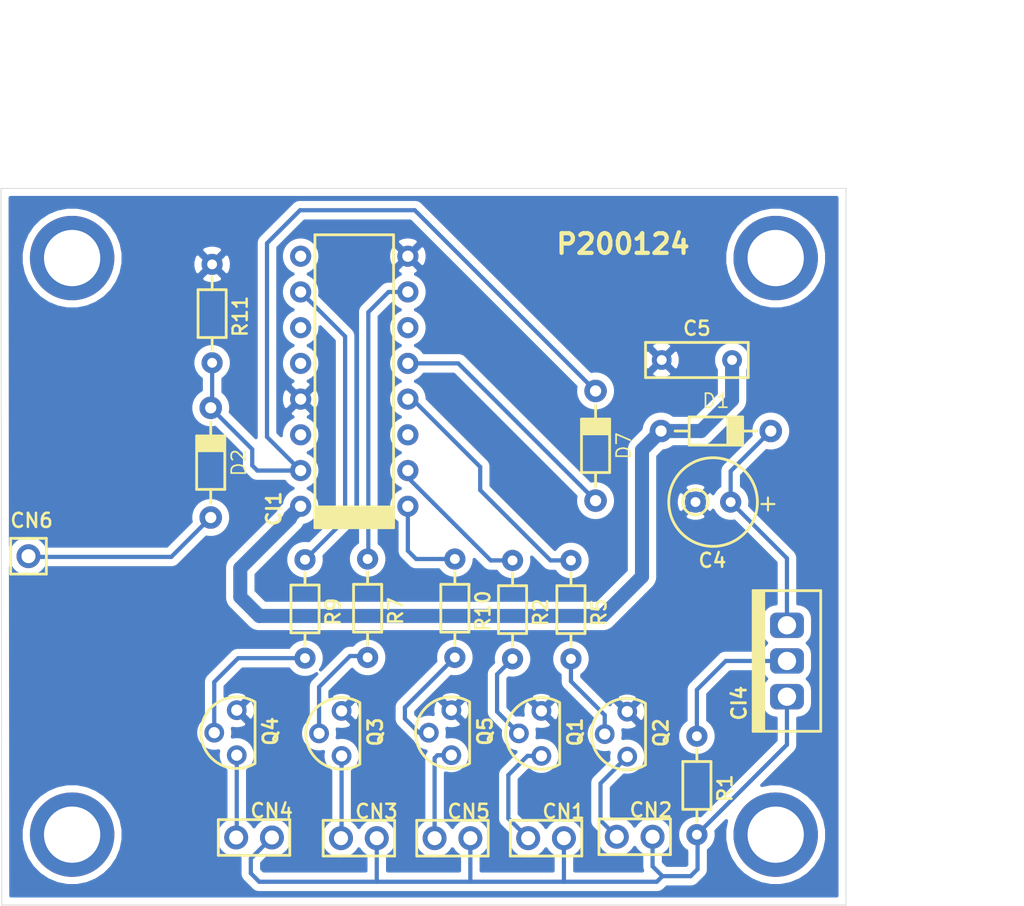
<source format=kicad_pcb>
(kicad_pcb (version 20171130) (host pcbnew "(5.0.2)-1")

  (general
    (thickness 1.6)
    (drawings 7)
    (tracks 111)
    (zones 0)
    (modules 25)
    (nets 30)
  )

  (page A4)
  (layers
    (0 F.Cu signal)
    (31 B.Cu signal)
    (32 B.Adhes user)
    (33 F.Adhes user)
    (34 B.Paste user)
    (35 F.Paste user)
    (36 B.SilkS user)
    (37 F.SilkS user)
    (38 B.Mask user)
    (39 F.Mask user)
    (40 Dwgs.User user)
    (41 Cmts.User user)
    (42 Eco1.User user)
    (43 Eco2.User user)
    (44 Edge.Cuts user)
    (45 Margin user)
    (46 B.CrtYd user)
    (47 F.CrtYd user)
    (48 B.Fab user)
    (49 F.Fab user)
  )

  (setup
    (last_trace_width 0.25)
    (user_trace_width 0.3)
    (user_trace_width 1)
    (trace_clearance 0.2)
    (zone_clearance 0.508)
    (zone_45_only no)
    (trace_min 0.2)
    (segment_width 0.2)
    (edge_width 0.05)
    (via_size 0.8)
    (via_drill 0.4)
    (via_min_size 0.4)
    (via_min_drill 0.3)
    (user_via 6 4)
    (uvia_size 0.3)
    (uvia_drill 0.1)
    (uvias_allowed no)
    (uvia_min_size 0.2)
    (uvia_min_drill 0.1)
    (pcb_text_width 0.3)
    (pcb_text_size 1.5 1.5)
    (mod_edge_width 0.12)
    (mod_text_size 1 1)
    (mod_text_width 0.15)
    (pad_size 1.524 1.524)
    (pad_drill 0.762)
    (pad_to_mask_clearance 0.051)
    (solder_mask_min_width 0.25)
    (aux_axis_origin 0 0)
    (visible_elements 7FFFED7F)
    (pcbplotparams
      (layerselection 0x01060_fffffffe)
      (usegerberextensions false)
      (usegerberattributes false)
      (usegerberadvancedattributes false)
      (creategerberjobfile false)
      (excludeedgelayer true)
      (linewidth 0.100000)
      (plotframeref false)
      (viasonmask false)
      (mode 1)
      (useauxorigin false)
      (hpglpennumber 1)
      (hpglpenspeed 20)
      (hpglpendiameter 15.000000)
      (psnegative false)
      (psa4output false)
      (plotreference true)
      (plotvalue true)
      (plotinvisibletext false)
      (padsonsilk false)
      (subtractmaskfromsilk false)
      (outputformat 1)
      (mirror false)
      (drillshape 0)
      (scaleselection 1)
      (outputdirectory "GERBERS/"))
  )

  (net 0 "")
  (net 1 "Net-(C4-Pad1)")
  (net 2 GND)
  (net 3 +VCC)
  (net 4 "Net-(CI4-Pad2)")
  (net 5 "Net-(CI4-Pad1)")
  (net 6 "Net-(CI?1-Pad1)")
  (net 7 "Net-(CI?1-Pad2)")
  (net 8 "Net-(CI?1-Pad11)")
  (net 9 "Net-(CI?1-Pad12)")
  (net 10 "Net-(CI?1-Pad3)")
  (net 11 "Net-(CI?1-Pad4)")
  (net 12 "Net-(CI?1-Pad14)")
  (net 13 "Net-(CI?1-Pad5)")
  (net 14 "Net-(CI?1-Pad6)")
  (net 15 "Net-(CI?1-Pad9)")
  (net 16 "Net-(CI?1-Pad10)")
  (net 17 "Net-(CI?1-Pad15)")
  (net 18 "Net-(CN1-Pad2)")
  (net 19 "Net-(CN2-Pad2)")
  (net 20 "Net-(CN3-Pad2)")
  (net 21 "Net-(CN4-Pad2)")
  (net 22 "Net-(CN5-Pad2)")
  (net 23 "Net-(CN6-Pad1)")
  (net 24 "Net-(Q1-Pad2)")
  (net 25 "Net-(Q2-Pad2)")
  (net 26 "Net-(Q3-Pad2)")
  (net 27 "Net-(Q4-Pad2)")
  (net 28 "Net-(Q5-Pad2)")
  (net 29 "Net-(CI?1-Pad7)")

  (net_class Default "Esta é a classe de rede padrão."
    (clearance 0.2)
    (trace_width 0.25)
    (via_dia 0.8)
    (via_drill 0.4)
    (uvia_dia 0.3)
    (uvia_drill 0.1)
    (add_net +VCC)
    (add_net GND)
    (add_net "Net-(C4-Pad1)")
    (add_net "Net-(CI4-Pad1)")
    (add_net "Net-(CI4-Pad2)")
    (add_net "Net-(CI?1-Pad1)")
    (add_net "Net-(CI?1-Pad10)")
    (add_net "Net-(CI?1-Pad11)")
    (add_net "Net-(CI?1-Pad12)")
    (add_net "Net-(CI?1-Pad14)")
    (add_net "Net-(CI?1-Pad15)")
    (add_net "Net-(CI?1-Pad2)")
    (add_net "Net-(CI?1-Pad3)")
    (add_net "Net-(CI?1-Pad4)")
    (add_net "Net-(CI?1-Pad5)")
    (add_net "Net-(CI?1-Pad6)")
    (add_net "Net-(CI?1-Pad7)")
    (add_net "Net-(CI?1-Pad9)")
    (add_net "Net-(CN1-Pad2)")
    (add_net "Net-(CN2-Pad2)")
    (add_net "Net-(CN3-Pad2)")
    (add_net "Net-(CN4-Pad2)")
    (add_net "Net-(CN5-Pad2)")
    (add_net "Net-(CN6-Pad1)")
    (add_net "Net-(Q1-Pad2)")
    (add_net "Net-(Q2-Pad2)")
    (add_net "Net-(Q3-Pad2)")
    (add_net "Net-(Q4-Pad2)")
    (add_net "Net-(Q5-Pad2)")
  )

  (module DIP:PDIP016N (layer F.Cu) (tedit 6231FAE1) (tstamp 649A41D3)
    (at 135.05 101.65 90)
    (descr "Package DIP16N (Plastico)")
    (tags "Package(DIP16)")
    (path /649D2726)
    (fp_text reference CI1 (at -1.524 -5.715 90) (layer F.SilkS)
      (effects (font (size 1 1) (thickness 0.2)) (justify left))
    )
    (fp_text value CD4017BE (at -1.524 -7.366 90) (layer F.Fab) hide
      (effects (font (size 1 1) (thickness 0.15)) (justify left))
    )
    (fp_line (start -1.524 4.826) (end -1.524 -4.826) (layer F.CrtYd) (width 0.2))
    (fp_line (start 19.304 4.826) (end -1.524 4.826) (layer F.CrtYd) (width 0.2))
    (fp_line (start 19.304 -4.826) (end 19.304 4.826) (layer F.CrtYd) (width 0.2))
    (fp_line (start -1.524 -4.826) (end 19.304 -4.826) (layer F.CrtYd) (width 0.2))
    (fp_poly (pts (xy 0 2.794) (xy -1.524 2.794) (xy -1.524 -2.794) (xy 0 -2.794)) (layer F.SilkS) (width 0.1))
    (fp_line (start 19.304 -2.794) (end 19.304 2.794) (layer F.SilkS) (width 0.2))
    (fp_line (start -1.524 -2.794) (end -1.524 2.794) (layer F.SilkS) (width 0.2))
    (fp_line (start -1.524 2.794) (end 19.304 2.794) (layer F.SilkS) (width 0.2))
    (fp_line (start 19.304 -2.794) (end -1.524 -2.794) (layer F.SilkS) (width 0.2))
    (pad 1 thru_hole circle (at 0 3.81 90) (size 1.5 1.5) (drill 0.8) (layers *.Cu *.Mask)
      (net 6 "Net-(CI?1-Pad1)") (solder_mask_margin 0.1))
    (pad 2 thru_hole circle (at 2.54 3.81 90) (size 1.5 1.5) (drill 0.8) (layers *.Cu *.Mask)
      (net 7 "Net-(CI?1-Pad2)") (solder_mask_margin 0.1))
    (pad 11 thru_hole circle (at 12.7 -3.81 90) (size 1.5 1.5) (drill 0.8) (layers *.Cu *.Mask)
      (net 8 "Net-(CI?1-Pad11)") (solder_mask_margin 0.1))
    (pad 12 thru_hole circle (at 10.16 -3.81 90) (size 1.5 1.5) (drill 0.8) (layers *.Cu *.Mask)
      (net 9 "Net-(CI?1-Pad12)") (solder_mask_margin 0.1))
    (pad 3 thru_hole circle (at 5.08 3.81 90) (size 1.5 1.5) (drill 0.8) (layers *.Cu *.Mask)
      (net 10 "Net-(CI?1-Pad3)") (solder_mask_margin 0.1))
    (pad 4 thru_hole circle (at 7.62 3.81 90) (size 1.5 1.5) (drill 0.8) (layers *.Cu *.Mask)
      (net 11 "Net-(CI?1-Pad4)") (solder_mask_margin 0.1))
    (pad 14 thru_hole circle (at 5.08 -3.81 90) (size 1.5 1.5) (drill 0.8) (layers *.Cu *.Mask)
      (net 12 "Net-(CI?1-Pad14)") (solder_mask_margin 0.1))
    (pad 13 thru_hole circle (at 7.62 -3.81 90) (size 1.5 1.5) (drill 0.8) (layers *.Cu *.Mask)
      (net 2 GND) (solder_mask_margin 0.1))
    (pad 5 thru_hole circle (at 10.16 3.81 90) (size 1.5 1.5) (drill 0.8) (layers *.Cu *.Mask)
      (net 13 "Net-(CI?1-Pad5)") (solder_mask_margin 0.1))
    (pad 6 thru_hole circle (at 12.7 3.81 90) (size 1.5 1.5) (drill 0.8) (layers *.Cu *.Mask)
      (net 14 "Net-(CI?1-Pad6)") (solder_mask_margin 0.1))
    (pad 7 thru_hole circle (at 15.24 3.81 90) (size 1.5 1.5) (drill 0.8) (layers *.Cu *.Mask)
      (net 29 "Net-(CI?1-Pad7)") (solder_mask_margin 0.1))
    (pad 9 thru_hole circle (at 17.78 -3.81 90) (size 1.5 1.5) (drill 0.8) (layers *.Cu *.Mask)
      (net 15 "Net-(CI?1-Pad9)") (solder_mask_margin 0.1))
    (pad 10 thru_hole circle (at 15.24 -3.81 90) (size 1.5 1.5) (drill 0.8) (layers *.Cu *.Mask)
      (net 16 "Net-(CI?1-Pad10)") (solder_mask_margin 0.1))
    (pad 8 thru_hole circle (at 17.78 3.81 90) (size 1.5 1.5) (drill 0.8) (layers *.Cu *.Mask)
      (net 2 GND) (solder_mask_margin 0.1))
    (pad 16 thru_hole circle (at 0 -3.81 90) (size 1.5 1.5) (drill 0.8) (layers *.Cu *.Mask)
      (net 3 +VCC) (solder_mask_margin 0.1))
    (pad 15 thru_hole circle (at 2.54 -3.81 90) (size 1.5 1.5) (drill 0.8) (layers *.Cu *.Mask)
      (net 17 "Net-(CI?1-Pad15)") (solder_mask_margin 0.1))
    (model ${USER__3D}/DIP.3dshapes/DIP16N.step
      (offset (xyz 8.890000000000001 0 -2.6))
      (scale (xyz 1 1 1))
      (rotate (xyz 0 0 -90))
    )
  )

  (module "TO:TO92-3(Bent-Lead)" (layer F.Cu) (tedit 6217B633) (tstamp 649A3427)
    (at 126.7 119.35 90)
    (descr "TO92-3(Bent-Lead)")
    (tags "Package(TO92)")
    (path /649B7665)
    (fp_text reference Q4 (at 1.7 2.4 90) (layer F.SilkS)
      (effects (font (size 1 1) (thickness 0.2)))
    )
    (fp_text value BC337 (at 1.6 -3.7 90) (layer F.Fab) hide
      (effects (font (size 1 1) (thickness 0.15)))
    )
    (fp_line (start -0.575 1.3) (end 3.775 1.3) (layer F.SilkS) (width 0.2))
    (fp_line (start -0.575 1.3) (end 3.775 1.3) (layer F.CrtYd) (width 0.2))
    (fp_arc (start 1.6 0) (end 3.8 1.275) (angle -240.4733675) (layer F.SilkS) (width 0.2))
    (fp_arc (start 1.6 0) (end 3.8 1.275) (angle -240.5) (layer F.CrtYd) (width 0.2))
    (pad 1 thru_hole circle (at 0 0 90) (size 1.4 1.4) (drill 0.8) (layers *.Cu *.Mask)
      (net 21 "Net-(CN4-Pad2)") (solder_mask_margin 0.1))
    (pad 3 thru_hole circle (at 3.2 0 90) (size 1.4 1.4) (drill 0.8) (layers *.Cu *.Mask)
      (net 2 GND) (solder_mask_margin 0.1))
    (pad 2 thru_hole circle (at 1.6 -1.6 90) (size 1.4 1.4) (drill 0.8) (layers *.Cu *.Mask)
      (net 27 "Net-(Q4-Pad2)") (solder_mask_margin 0.1))
    (model "${USER__3D}/TO.3dshapes/TO92-3 (Bent Lead).step"
      (offset (xyz 1.6 0 2.8))
      (scale (xyz 1 1 1))
      (rotate (xyz 0 0 0))
    )
  )

  (module Conetores:BPSC-02 (layer F.Cu) (tedit 6230873E) (tstamp 649A25AC)
    (at 149.95 125.25 180)
    (descr "Barra de pinos de fila simples,Pth,180°,6.0mm")
    (tags "Conector(BP), Conector(BPSC), Barra de pinos")
    (path /649A58F0)
    (fp_text reference CN1 (at -1.6 1.9) (layer F.SilkS)
      (effects (font (size 1 1) (thickness 0.18)) (justify right))
    )
    (fp_text value "BPSC-02(Metaltex-BP)" (at -1.524 -3.81) (layer F.Fab) hide
      (effects (font (size 1 1) (thickness 0.15)) (justify right))
    )
    (fp_line (start -1.27 1.27) (end -1.27 -1.27) (layer F.CrtYd) (width 0.2))
    (fp_line (start 3.81 1.27) (end -1.27 1.27) (layer F.CrtYd) (width 0.2))
    (fp_line (start 3.81 -1.27) (end 3.81 1.27) (layer F.CrtYd) (width 0.2))
    (fp_line (start -1.27 -1.27) (end 3.81 -1.27) (layer F.CrtYd) (width 0.2))
    (fp_line (start -1.27 1.27) (end -1.27 -1.27) (layer F.SilkS) (width 0.2))
    (fp_line (start 3.81 1.27) (end -1.27 1.27) (layer F.SilkS) (width 0.2))
    (fp_line (start 3.81 -1.27) (end 3.81 1.27) (layer F.SilkS) (width 0.2))
    (fp_line (start -1.27 -1.27) (end 3.81 -1.27) (layer F.SilkS) (width 0.2))
    (pad 1 thru_hole circle (at 0 0 180) (size 1.7 1.7) (drill 1) (layers *.Cu *.Mask)
      (net 5 "Net-(CI4-Pad1)") (solder_mask_margin 0.1))
    (pad 2 thru_hole circle (at 2.54 0 180) (size 1.7 1.7) (drill 1) (layers *.Cu *.Mask)
      (net 18 "Net-(CN1-Pad2)") (solder_mask_margin 0.1))
    (model "${USER__3D}/Conectores.3dshapes/(Metaltex) Barra de pinos BPSC-02.step"
      (offset (xyz -1.27 -1.27 0))
      (scale (xyz 1 1 1))
      (rotate (xyz 0 0 0))
    )
  )

  (module "Capacitores:Capacitor(Eletrolitico)-Radial(6.3x11.0)mm-(Azul_Marinho)" (layer F.Cu) (tedit 6227369F) (tstamp 649A2567)
    (at 160.55 101.35 180)
    (descr "Capacitor eletrolítico de aluminio, Pth, Radial(D=6.3mm A=11.0mm Passo=2.5mm)")
    (tags "Capacitor,Capacitor(Eletrolitico),Radial(6.3)")
    (path /649B9924)
    (fp_text reference C4 (at 0.05 -4.15) (layer F.SilkS)
      (effects (font (size 1 1) (thickness 0.18)))
    )
    (fp_text value "100uF(16V)-Panasonic(FCA)" (at 0 -6) (layer F.Fab) hide
      (effects (font (size 1 1) (thickness 0.15)))
    )
    (fp_circle (center -0.000499 0) (end 3.15 0) (layer F.SilkS) (width 0.2))
    (fp_circle (center 1.251387 0) (end 0.351387 -0.05) (layer F.SilkS) (width 0.2))
    (fp_text user + (at -3.9 -0.05) (layer F.SilkS)
      (effects (font (size 1.2 1.2) (thickness 0.15)))
    )
    (pad 1 thru_hole circle (at -1.25 0 180) (size 1.5 1.5) (drill 0.7) (layers *.Cu *.Mask)
      (net 1 "Net-(C4-Pad1)") (solder_mask_margin 0.1))
    (pad 2 thru_hole circle (at 1.25 0 180) (size 1.5 1.5) (drill 0.7) (layers *.Cu *.Mask)
      (net 2 GND) (solder_mask_margin 0.1))
    (model "${USER__3D}/Capacitores.3dshapes/Capacitor Eletrolitico Radial, Pth (D=6.3 H=11.2 P=2.5)mm, Azul Marinho.step"
      (at (xyz 0 0 0))
      (scale (xyz 1 1 1))
      (rotate (xyz 0 0 0))
    )
  )

  (module "Capacitores:Capacitor(MKT)-TDK(B32529)-(7.3x2.5x6.5)mm" (layer F.Cu) (tedit 622A3979) (tstamp 649A2571)
    (at 159.4 91.25)
    (descr "Capacitor de filme de poliester, Pth, (Passo=5.0mm)")
    (tags "Capacitor,Capacitor(MKT)")
    (path /649E2AD1)
    (fp_text reference C5 (at 0 -2.25) (layer F.SilkS)
      (effects (font (size 1 1) (thickness 0.18)))
    )
    (fp_text value "10nF(63V)-TDK(B32529)-(10%)" (at 0 -4.25) (layer F.Fab) hide
      (effects (font (size 1 1) (thickness 0.15)))
    )
    (fp_line (start -3.65 -1.25) (end 3.65 -1.25) (layer F.SilkS) (width 0.2))
    (fp_line (start 3.65 -1.25) (end 3.65 1.25) (layer F.SilkS) (width 0.2))
    (fp_line (start 3.65 1.25) (end -3.65 1.25) (layer F.SilkS) (width 0.2))
    (fp_line (start -3.65 1.25) (end -3.65 -1.25) (layer F.SilkS) (width 0.2))
    (pad 1 thru_hole circle (at -2.5 0) (size 1.4 1.4) (drill 0.7) (layers *.Cu *.Mask)
      (net 2 GND) (solder_mask_margin 0.1))
    (pad 2 thru_hole circle (at 2.5 0) (size 1.4 1.4) (drill 0.7) (layers *.Cu *.Mask)
      (net 3 +VCC) (solder_mask_margin 0.1))
    (model "${USER__3D}/Capacitores.3dshapes/(Tdk) B32529, (L=7.3 W=2.5 H=6.5 P=5.0)mm-Azul.step"
      (offset (xyz -3.65 0 0.1))
      (scale (xyz 1 1 1))
      (rotate (xyz 0 0 0))
    )
  )

  (module "TO:TO220-3(180)" (layer F.Cu) (tedit 621A31FF) (tstamp 649A2581)
    (at 165.8 112.65 90)
    (descr "TO220-3, Montagem 180°")
    (tags "Package(TO220)")
    (path /649F0B27)
    (fp_text reference CI4 (at -3 -3.4 90) (layer F.SilkS)
      (effects (font (size 1 1) (thickness 0.2)))
    )
    (fp_text value "LM317BTG(180)" (at 0 -5.3 90) (layer F.Fab) hide
      (effects (font (size 1 1) (thickness 0.15)))
    )
    (fp_line (start -5 -2.4) (end -5 2.4) (layer F.SilkS) (width 0.2))
    (fp_line (start -5 2.4) (end 5 2.4) (layer F.SilkS) (width 0.2))
    (fp_line (start 5 2.4) (end 5 -2.4) (layer F.SilkS) (width 0.2))
    (fp_line (start 5 -2.4) (end -5 -2.4) (layer F.SilkS) (width 0.2))
    (fp_poly (pts (xy 5 -1.6) (xy -5 -1.6) (xy -5 -2.4) (xy 5 -2.4)) (layer F.SilkS) (width 0.1))
    (fp_line (start -5 -2.4) (end 5 -2.4) (layer F.CrtYd) (width 0.2))
    (fp_line (start 5 -2.4) (end 5 2.4) (layer F.CrtYd) (width 0.2))
    (fp_line (start 5 2.4) (end -5 2.4) (layer F.CrtYd) (width 0.2))
    (fp_line (start -5 2.4) (end -5 -2.4) (layer F.CrtYd) (width 0.2))
    (pad 2 thru_hole roundrect (at 0 0 90) (size 1.8 2.4) (drill 1.3) (layers *.Cu *.Mask) (roundrect_rratio 0.25)
      (net 4 "Net-(CI4-Pad2)") (solder_mask_margin 0.1))
    (pad 1 thru_hole roundrect (at -2.54 0 90) (size 1.8 2.4) (drill 1.3) (layers *.Cu *.Mask) (roundrect_rratio 0.25)
      (net 5 "Net-(CI4-Pad1)") (solder_mask_margin 0.1))
    (pad 3 thru_hole roundrect (at 2.54 0 90) (size 1.8 2.4) (drill 1.3) (layers *.Cu *.Mask) (roundrect_rratio 0.25)
      (net 1 "Net-(C4-Pad1)") (solder_mask_margin 0.1))
    (model "${USER__3D}/TO.3dshapes/TO220-3 (180° -Terminais alinhados).step"
      (offset (xyz 0 0 -3))
      (scale (xyz 1 1 1))
      (rotate (xyz 0 0 0))
    )
  )

  (module Conetores:BPSC-02 (layer F.Cu) (tedit 6230873E) (tstamp 649A25BA)
    (at 156.25 125.15 180)
    (descr "Barra de pinos de fila simples,Pth,180°,6.0mm")
    (tags "Conector(BP), Conector(BPSC), Barra de pinos")
    (path /649B0083)
    (fp_text reference CN2 (at -1.5 1.9) (layer F.SilkS)
      (effects (font (size 1 1) (thickness 0.18)) (justify right))
    )
    (fp_text value "BPSC-02(Metaltex-BP)" (at -1.524 -3.81) (layer F.Fab) hide
      (effects (font (size 1 1) (thickness 0.15)) (justify right))
    )
    (fp_line (start -1.27 -1.27) (end 3.81 -1.27) (layer F.SilkS) (width 0.2))
    (fp_line (start 3.81 -1.27) (end 3.81 1.27) (layer F.SilkS) (width 0.2))
    (fp_line (start 3.81 1.27) (end -1.27 1.27) (layer F.SilkS) (width 0.2))
    (fp_line (start -1.27 1.27) (end -1.27 -1.27) (layer F.SilkS) (width 0.2))
    (fp_line (start -1.27 -1.27) (end 3.81 -1.27) (layer F.CrtYd) (width 0.2))
    (fp_line (start 3.81 -1.27) (end 3.81 1.27) (layer F.CrtYd) (width 0.2))
    (fp_line (start 3.81 1.27) (end -1.27 1.27) (layer F.CrtYd) (width 0.2))
    (fp_line (start -1.27 1.27) (end -1.27 -1.27) (layer F.CrtYd) (width 0.2))
    (pad 2 thru_hole circle (at 2.54 0 180) (size 1.7 1.7) (drill 1) (layers *.Cu *.Mask)
      (net 19 "Net-(CN2-Pad2)") (solder_mask_margin 0.1))
    (pad 1 thru_hole circle (at 0 0 180) (size 1.7 1.7) (drill 1) (layers *.Cu *.Mask)
      (net 5 "Net-(CI4-Pad1)") (solder_mask_margin 0.1))
    (model "${USER__3D}/Conectores.3dshapes/(Metaltex) Barra de pinos BPSC-02.step"
      (offset (xyz -1.27 -1.27 0))
      (scale (xyz 1 1 1))
      (rotate (xyz 0 0 0))
    )
  )

  (module Conetores:BPSC-02 (layer F.Cu) (tedit 6230873E) (tstamp 649A25C8)
    (at 136.65 125.25 180)
    (descr "Barra de pinos de fila simples,Pth,180°,6.0mm")
    (tags "Conector(BP), Conector(BPSC), Barra de pinos")
    (path /649B1368)
    (fp_text reference CN3 (at -1.6 1.9) (layer F.SilkS)
      (effects (font (size 1 1) (thickness 0.18)) (justify right))
    )
    (fp_text value "BPSC-02(Metaltex-BP)" (at -1.524 -3.81) (layer F.Fab) hide
      (effects (font (size 1 1) (thickness 0.15)) (justify right))
    )
    (fp_line (start -1.27 -1.27) (end 3.81 -1.27) (layer F.SilkS) (width 0.2))
    (fp_line (start 3.81 -1.27) (end 3.81 1.27) (layer F.SilkS) (width 0.2))
    (fp_line (start 3.81 1.27) (end -1.27 1.27) (layer F.SilkS) (width 0.2))
    (fp_line (start -1.27 1.27) (end -1.27 -1.27) (layer F.SilkS) (width 0.2))
    (fp_line (start -1.27 -1.27) (end 3.81 -1.27) (layer F.CrtYd) (width 0.2))
    (fp_line (start 3.81 -1.27) (end 3.81 1.27) (layer F.CrtYd) (width 0.2))
    (fp_line (start 3.81 1.27) (end -1.27 1.27) (layer F.CrtYd) (width 0.2))
    (fp_line (start -1.27 1.27) (end -1.27 -1.27) (layer F.CrtYd) (width 0.2))
    (pad 2 thru_hole circle (at 2.54 0 180) (size 1.7 1.7) (drill 1) (layers *.Cu *.Mask)
      (net 20 "Net-(CN3-Pad2)") (solder_mask_margin 0.1))
    (pad 1 thru_hole circle (at 0 0 180) (size 1.7 1.7) (drill 1) (layers *.Cu *.Mask)
      (net 5 "Net-(CI4-Pad1)") (solder_mask_margin 0.1))
    (model "${USER__3D}/Conectores.3dshapes/(Metaltex) Barra de pinos BPSC-02.step"
      (offset (xyz -1.27 -1.27 0))
      (scale (xyz 1 1 1))
      (rotate (xyz 0 0 0))
    )
  )

  (module Conetores:BPSC-02 (layer F.Cu) (tedit 6230873E) (tstamp 649A25D6)
    (at 129.2 125.2 180)
    (descr "Barra de pinos de fila simples,Pth,180°,6.0mm")
    (tags "Conector(BP), Conector(BPSC), Barra de pinos")
    (path /649B7676)
    (fp_text reference CN4 (at -1.6 1.9) (layer F.SilkS)
      (effects (font (size 1 1) (thickness 0.18)) (justify right))
    )
    (fp_text value "BPSC-02(Metaltex-BP)" (at -1.524 -3.81) (layer F.Fab) hide
      (effects (font (size 1 1) (thickness 0.15)) (justify right))
    )
    (fp_line (start -1.27 1.27) (end -1.27 -1.27) (layer F.CrtYd) (width 0.2))
    (fp_line (start 3.81 1.27) (end -1.27 1.27) (layer F.CrtYd) (width 0.2))
    (fp_line (start 3.81 -1.27) (end 3.81 1.27) (layer F.CrtYd) (width 0.2))
    (fp_line (start -1.27 -1.27) (end 3.81 -1.27) (layer F.CrtYd) (width 0.2))
    (fp_line (start -1.27 1.27) (end -1.27 -1.27) (layer F.SilkS) (width 0.2))
    (fp_line (start 3.81 1.27) (end -1.27 1.27) (layer F.SilkS) (width 0.2))
    (fp_line (start 3.81 -1.27) (end 3.81 1.27) (layer F.SilkS) (width 0.2))
    (fp_line (start -1.27 -1.27) (end 3.81 -1.27) (layer F.SilkS) (width 0.2))
    (pad 1 thru_hole circle (at 0 0 180) (size 1.7 1.7) (drill 1) (layers *.Cu *.Mask)
      (net 5 "Net-(CI4-Pad1)") (solder_mask_margin 0.1))
    (pad 2 thru_hole circle (at 2.54 0 180) (size 1.7 1.7) (drill 1) (layers *.Cu *.Mask)
      (net 21 "Net-(CN4-Pad2)") (solder_mask_margin 0.1))
    (model "${USER__3D}/Conectores.3dshapes/(Metaltex) Barra de pinos BPSC-02.step"
      (offset (xyz -1.27 -1.27 0))
      (scale (xyz 1 1 1))
      (rotate (xyz 0 0 0))
    )
  )

  (module Conetores:BPSC-02 (layer F.Cu) (tedit 6230873E) (tstamp 649A25E4)
    (at 143.3 125.25 180)
    (descr "Barra de pinos de fila simples,Pth,180°,6.0mm")
    (tags "Conector(BP), Conector(BPSC), Barra de pinos")
    (path /649B76B4)
    (fp_text reference CN5 (at -1.5 1.9) (layer F.SilkS)
      (effects (font (size 1 1) (thickness 0.18)) (justify right))
    )
    (fp_text value "BPSC-02(Metaltex-BP)" (at -1.524 -3.81) (layer F.Fab) hide
      (effects (font (size 1 1) (thickness 0.15)) (justify right))
    )
    (fp_line (start -1.27 1.27) (end -1.27 -1.27) (layer F.CrtYd) (width 0.2))
    (fp_line (start 3.81 1.27) (end -1.27 1.27) (layer F.CrtYd) (width 0.2))
    (fp_line (start 3.81 -1.27) (end 3.81 1.27) (layer F.CrtYd) (width 0.2))
    (fp_line (start -1.27 -1.27) (end 3.81 -1.27) (layer F.CrtYd) (width 0.2))
    (fp_line (start -1.27 1.27) (end -1.27 -1.27) (layer F.SilkS) (width 0.2))
    (fp_line (start 3.81 1.27) (end -1.27 1.27) (layer F.SilkS) (width 0.2))
    (fp_line (start 3.81 -1.27) (end 3.81 1.27) (layer F.SilkS) (width 0.2))
    (fp_line (start -1.27 -1.27) (end 3.81 -1.27) (layer F.SilkS) (width 0.2))
    (pad 1 thru_hole circle (at 0 0 180) (size 1.7 1.7) (drill 1) (layers *.Cu *.Mask)
      (net 5 "Net-(CI4-Pad1)") (solder_mask_margin 0.1))
    (pad 2 thru_hole circle (at 2.54 0 180) (size 1.7 1.7) (drill 1) (layers *.Cu *.Mask)
      (net 22 "Net-(CN5-Pad2)") (solder_mask_margin 0.1))
    (model "${USER__3D}/Conectores.3dshapes/(Metaltex) Barra de pinos BPSC-02.step"
      (offset (xyz -1.27 -1.27 0))
      (scale (xyz 1 1 1))
      (rotate (xyz 0 0 0))
    )
  )

  (module Conetores:BPSC-01 (layer F.Cu) (tedit 62308732) (tstamp 649A25F1)
    (at 111.9 105.2)
    (descr "Barra de pinos de fila simples,Pth,180°,6.0mm")
    (tags "Conector(BP), Conector(BPSC), Barra de pinos")
    (path /649B8C9E)
    (fp_text reference CN6 (at -1.397 -2.54) (layer F.SilkS)
      (effects (font (size 1 1) (thickness 0.18)) (justify left))
    )
    (fp_text value "BPSC-01(Metaltex-BP)" (at -1.524 -3.81) (layer F.Fab) hide
      (effects (font (size 1 1) (thickness 0.15)) (justify left))
    )
    (fp_line (start -1.27 -1.27) (end 1.27 -1.27) (layer F.SilkS) (width 0.2))
    (fp_line (start 1.27 -1.27) (end 1.27 1.27) (layer F.SilkS) (width 0.2))
    (fp_line (start 1.27 1.27) (end -1.27 1.27) (layer F.SilkS) (width 0.2))
    (fp_line (start -1.27 1.27) (end -1.27 -1.27) (layer F.SilkS) (width 0.2))
    (fp_line (start -1.27 -1.27) (end 1.27 -1.27) (layer F.CrtYd) (width 0.2))
    (fp_line (start 1.27 -1.27) (end 1.27 1.27) (layer F.CrtYd) (width 0.2))
    (fp_line (start 1.27 1.27) (end -1.27 1.27) (layer F.CrtYd) (width 0.2))
    (fp_line (start -1.27 1.27) (end -1.27 -1.27) (layer F.CrtYd) (width 0.2))
    (pad 1 thru_hole circle (at 0 0) (size 1.7 1.7) (drill 1) (layers *.Cu *.Mask)
      (net 23 "Net-(CN6-Pad1)") (solder_mask_margin 0.1))
    (model "${USER__3D}/Conectores.3dshapes/(Metaltex) Barra de pinos BPSC-01.step"
      (offset (xyz -1.27 -1.27 0))
      (scale (xyz 1 1 1))
      (rotate (xyz 0 0 0))
    )
  )

  (module "Diodos:DO-35(Vidro-Vermelho)" (layer F.Cu) (tedit 62179537) (tstamp 649A2602)
    (at 164.65 96.3 180)
    (descr "Diodo, Pth, (Passo = 7.8mm)")
    (tags "Footprint(DO-35)")
    (path /649BCF87)
    (solder_mask_margin 0.1)
    (fp_text reference D1 (at 3.9 2.15) (layer F.SilkS)
      (effects (font (size 1 1) (thickness 0.12)))
    )
    (fp_text value 1N4148 (at 5.3 3.2) (layer F.Fab) hide
      (effects (font (size 1 1) (thickness 0.15)))
    )
    (fp_line (start 5.8 0) (end 6.8 0) (layer F.SilkS) (width 0.2))
    (fp_line (start 2 0) (end 1 0) (layer F.SilkS) (width 0.2))
    (fp_line (start 2 -1) (end 5.8 -1) (layer F.SilkS) (width 0.2))
    (fp_line (start 5.8 -1) (end 5.8 1) (layer F.SilkS) (width 0.2))
    (fp_line (start 2 1) (end 5.8 1) (layer F.SilkS) (width 0.2))
    (fp_line (start 2 1) (end 2 -1) (layer F.SilkS) (width 0.2))
    (fp_poly (pts (xy 3.1 1) (xy 2 1) (xy 2 -1) (xy 3.1 -1)) (layer F.SilkS) (width 0.1))
    (fp_line (start -1 -1.2) (end 8.8 -1.2) (layer F.CrtYd) (width 0.2))
    (fp_line (start 8.8 -1.2) (end 8.8 1.1) (layer F.CrtYd) (width 0.2))
    (fp_line (start 8.7 1.1) (end -1 1.1) (layer F.CrtYd) (width 0.2))
    (fp_line (start -1 1.1) (end -1 -1.2) (layer F.CrtYd) (width 0.2))
    (pad 1 thru_hole circle (at 0 0 180) (size 1.6 1.6) (drill 0.8) (layers *.Cu *.Mask)
      (net 1 "Net-(C4-Pad1)") (solder_mask_margin 0.1))
    (pad 2 thru_hole circle (at 7.8 0 180) (size 1.6 1.6) (drill 0.8) (layers *.Cu *.Mask)
      (net 3 +VCC) (solder_mask_margin 0.1))
    (model "${USER__3D}/Diodos.3dshapes/DO-35 (Vidro) Vermelho.step"
      (offset (xyz 3.9 0 0.1))
      (scale (xyz 1 1 1))
      (rotate (xyz 0 0 0))
    )
  )

  (module "Diodos:DO-35(Vidro-Vermelho)" (layer F.Cu) (tedit 62179537) (tstamp 649A2613)
    (at 124.85 94.65 270)
    (descr "Diodo, Pth, (Passo = 7.8mm)")
    (tags "Footprint(DO-35)")
    (path /649D9BCA)
    (solder_mask_margin 0.1)
    (fp_text reference D2 (at 3.9 -2 90) (layer F.SilkS)
      (effects (font (size 1 1) (thickness 0.12)))
    )
    (fp_text value 1N4148 (at 5.3 3.2 90) (layer F.Fab) hide
      (effects (font (size 1 1) (thickness 0.15)))
    )
    (fp_line (start 5.8 0) (end 6.8 0) (layer F.SilkS) (width 0.2))
    (fp_line (start 2 0) (end 1 0) (layer F.SilkS) (width 0.2))
    (fp_line (start 2 -1) (end 5.8 -1) (layer F.SilkS) (width 0.2))
    (fp_line (start 5.8 -1) (end 5.8 1) (layer F.SilkS) (width 0.2))
    (fp_line (start 2 1) (end 5.8 1) (layer F.SilkS) (width 0.2))
    (fp_line (start 2 1) (end 2 -1) (layer F.SilkS) (width 0.2))
    (fp_poly (pts (xy 3.1 1) (xy 2 1) (xy 2 -1) (xy 3.1 -1)) (layer F.SilkS) (width 0.1))
    (fp_line (start -1 -1.2) (end 8.8 -1.2) (layer F.CrtYd) (width 0.2))
    (fp_line (start 8.8 -1.2) (end 8.8 1.1) (layer F.CrtYd) (width 0.2))
    (fp_line (start 8.7 1.1) (end -1 1.1) (layer F.CrtYd) (width 0.2))
    (fp_line (start -1 1.1) (end -1 -1.2) (layer F.CrtYd) (width 0.2))
    (pad 1 thru_hole circle (at 0 0 270) (size 1.6 1.6) (drill 0.8) (layers *.Cu *.Mask)
      (net 17 "Net-(CI?1-Pad15)") (solder_mask_margin 0.1))
    (pad 2 thru_hole circle (at 7.8 0 270) (size 1.6 1.6) (drill 0.8) (layers *.Cu *.Mask)
      (net 23 "Net-(CN6-Pad1)") (solder_mask_margin 0.1))
    (model "${USER__3D}/Diodos.3dshapes/DO-35 (Vidro) Vermelho.step"
      (offset (xyz 3.9 0 0.1))
      (scale (xyz 1 1 1))
      (rotate (xyz 0 0 0))
    )
  )

  (module "Diodos:DO-35(Vidro-Vermelho)" (layer F.Cu) (tedit 62179537) (tstamp 649A2624)
    (at 152.2 93.45 270)
    (descr "Diodo, Pth, (Passo = 7.8mm)")
    (tags "Footprint(DO-35)")
    (path /649DCD83)
    (solder_mask_margin 0.1)
    (fp_text reference D7 (at 3.9 -2 90) (layer F.SilkS)
      (effects (font (size 1 1) (thickness 0.12)))
    )
    (fp_text value 1N4148 (at 5.3 3.2 90) (layer F.Fab) hide
      (effects (font (size 1 1) (thickness 0.15)))
    )
    (fp_line (start -1 1.1) (end -1 -1.2) (layer F.CrtYd) (width 0.2))
    (fp_line (start 8.7 1.1) (end -1 1.1) (layer F.CrtYd) (width 0.2))
    (fp_line (start 8.8 -1.2) (end 8.8 1.1) (layer F.CrtYd) (width 0.2))
    (fp_line (start -1 -1.2) (end 8.8 -1.2) (layer F.CrtYd) (width 0.2))
    (fp_poly (pts (xy 3.1 1) (xy 2 1) (xy 2 -1) (xy 3.1 -1)) (layer F.SilkS) (width 0.1))
    (fp_line (start 2 1) (end 2 -1) (layer F.SilkS) (width 0.2))
    (fp_line (start 2 1) (end 5.8 1) (layer F.SilkS) (width 0.2))
    (fp_line (start 5.8 -1) (end 5.8 1) (layer F.SilkS) (width 0.2))
    (fp_line (start 2 -1) (end 5.8 -1) (layer F.SilkS) (width 0.2))
    (fp_line (start 2 0) (end 1 0) (layer F.SilkS) (width 0.2))
    (fp_line (start 5.8 0) (end 6.8 0) (layer F.SilkS) (width 0.2))
    (pad 2 thru_hole circle (at 7.8 0 270) (size 1.6 1.6) (drill 0.8) (layers *.Cu *.Mask)
      (net 13 "Net-(CI?1-Pad5)") (solder_mask_margin 0.1))
    (pad 1 thru_hole circle (at 0 0 270) (size 1.6 1.6) (drill 0.8) (layers *.Cu *.Mask)
      (net 17 "Net-(CI?1-Pad15)") (solder_mask_margin 0.1))
    (model "${USER__3D}/Diodos.3dshapes/DO-35 (Vidro) Vermelho.step"
      (offset (xyz 3.9 0 0.1))
      (scale (xyz 1 1 1))
      (rotate (xyz 0 0 0))
    )
  )

  (module "TO:TO92-3(Bent-Lead)" (layer F.Cu) (tedit 6217B633) (tstamp 649A262F)
    (at 148.35 119.4 90)
    (descr "TO92-3(Bent-Lead)")
    (tags "Package(TO92)")
    (path /649A3AC2)
    (fp_text reference Q1 (at 1.7 2.4 90) (layer F.SilkS)
      (effects (font (size 1 1) (thickness 0.2)))
    )
    (fp_text value BC337 (at 1.6 -3.7 90) (layer F.Fab) hide
      (effects (font (size 1 1) (thickness 0.15)))
    )
    (fp_line (start -0.575 1.3) (end 3.775 1.3) (layer F.SilkS) (width 0.2))
    (fp_line (start -0.575 1.3) (end 3.775 1.3) (layer F.CrtYd) (width 0.2))
    (fp_arc (start 1.6 0) (end 3.8 1.275) (angle -240.4733675) (layer F.SilkS) (width 0.2))
    (fp_arc (start 1.6 0) (end 3.8 1.275) (angle -240.5) (layer F.CrtYd) (width 0.2))
    (pad 1 thru_hole circle (at 0 0 90) (size 1.4 1.4) (drill 0.8) (layers *.Cu *.Mask)
      (net 18 "Net-(CN1-Pad2)") (solder_mask_margin 0.1))
    (pad 3 thru_hole circle (at 3.2 0 90) (size 1.4 1.4) (drill 0.8) (layers *.Cu *.Mask)
      (net 2 GND) (solder_mask_margin 0.1))
    (pad 2 thru_hole circle (at 1.6 -1.6 90) (size 1.4 1.4) (drill 0.8) (layers *.Cu *.Mask)
      (net 24 "Net-(Q1-Pad2)") (solder_mask_margin 0.1))
    (model "${USER__3D}/TO.3dshapes/TO92-3 (Bent Lead).step"
      (offset (xyz 1.6 0 2.8))
      (scale (xyz 1 1 1))
      (rotate (xyz 0 0 0))
    )
  )

  (module "TO:TO92-3(Bent-Lead)" (layer F.Cu) (tedit 6217B633) (tstamp 649A2EB1)
    (at 154.45 119.45 90)
    (descr "TO92-3(Bent-Lead)")
    (tags "Package(TO92)")
    (path /649B0072)
    (fp_text reference Q2 (at 1.7 2.4 90) (layer F.SilkS)
      (effects (font (size 1 1) (thickness 0.2)))
    )
    (fp_text value BC337 (at 1.6 -3.7 90) (layer F.Fab) hide
      (effects (font (size 1 1) (thickness 0.15)))
    )
    (fp_arc (start 1.6 0) (end 3.8 1.275) (angle -240.5) (layer F.CrtYd) (width 0.2))
    (fp_arc (start 1.6 0) (end 3.8 1.275) (angle -240.4733675) (layer F.SilkS) (width 0.2))
    (fp_line (start -0.575 1.3) (end 3.775 1.3) (layer F.CrtYd) (width 0.2))
    (fp_line (start -0.575 1.3) (end 3.775 1.3) (layer F.SilkS) (width 0.2))
    (pad 2 thru_hole circle (at 1.6 -1.6 90) (size 1.4 1.4) (drill 0.8) (layers *.Cu *.Mask)
      (net 25 "Net-(Q2-Pad2)") (solder_mask_margin 0.1))
    (pad 3 thru_hole circle (at 3.2 0 90) (size 1.4 1.4) (drill 0.8) (layers *.Cu *.Mask)
      (net 2 GND) (solder_mask_margin 0.1))
    (pad 1 thru_hole circle (at 0 0 90) (size 1.4 1.4) (drill 0.8) (layers *.Cu *.Mask)
      (net 19 "Net-(CN2-Pad2)") (solder_mask_margin 0.1))
    (model "${USER__3D}/TO.3dshapes/TO92-3 (Bent Lead).step"
      (offset (xyz 1.6 0 2.8))
      (scale (xyz 1 1 1))
      (rotate (xyz 0 0 0))
    )
  )

  (module "TO:TO92-3(Bent-Lead)" (layer F.Cu) (tedit 6217B633) (tstamp 649A2645)
    (at 134.15 119.4 90)
    (descr "TO92-3(Bent-Lead)")
    (tags "Package(TO92)")
    (path /649B1357)
    (fp_text reference Q3 (at 1.7 2.4 90) (layer F.SilkS)
      (effects (font (size 1 1) (thickness 0.2)))
    )
    (fp_text value BC337 (at 1.6 -3.7 90) (layer F.Fab) hide
      (effects (font (size 1 1) (thickness 0.15)))
    )
    (fp_arc (start 1.6 0) (end 3.8 1.275) (angle -240.5) (layer F.CrtYd) (width 0.2))
    (fp_arc (start 1.6 0) (end 3.8 1.275) (angle -240.4733675) (layer F.SilkS) (width 0.2))
    (fp_line (start -0.575 1.3) (end 3.775 1.3) (layer F.CrtYd) (width 0.2))
    (fp_line (start -0.575 1.3) (end 3.775 1.3) (layer F.SilkS) (width 0.2))
    (pad 2 thru_hole circle (at 1.6 -1.6 90) (size 1.4 1.4) (drill 0.8) (layers *.Cu *.Mask)
      (net 26 "Net-(Q3-Pad2)") (solder_mask_margin 0.1))
    (pad 3 thru_hole circle (at 3.2 0 90) (size 1.4 1.4) (drill 0.8) (layers *.Cu *.Mask)
      (net 2 GND) (solder_mask_margin 0.1))
    (pad 1 thru_hole circle (at 0 0 90) (size 1.4 1.4) (drill 0.8) (layers *.Cu *.Mask)
      (net 20 "Net-(CN3-Pad2)") (solder_mask_margin 0.1))
    (model "${USER__3D}/TO.3dshapes/TO92-3 (Bent Lead).step"
      (offset (xyz 1.6 0 2.8))
      (scale (xyz 1 1 1))
      (rotate (xyz 0 0 0))
    )
  )

  (module "TO:TO92-3(Bent-Lead)" (layer F.Cu) (tedit 6217B633) (tstamp 649A265B)
    (at 141.95 119.35 90)
    (descr "TO92-3(Bent-Lead)")
    (tags "Package(TO92)")
    (path /649B76A3)
    (fp_text reference Q5 (at 1.7 2.4 90) (layer F.SilkS)
      (effects (font (size 1 1) (thickness 0.2)))
    )
    (fp_text value BC337 (at 1.6 -3.7 90) (layer F.Fab) hide
      (effects (font (size 1 1) (thickness 0.15)))
    )
    (fp_line (start -0.575 1.3) (end 3.775 1.3) (layer F.SilkS) (width 0.2))
    (fp_line (start -0.575 1.3) (end 3.775 1.3) (layer F.CrtYd) (width 0.2))
    (fp_arc (start 1.6 0) (end 3.8 1.275) (angle -240.4733675) (layer F.SilkS) (width 0.2))
    (fp_arc (start 1.6 0) (end 3.8 1.275) (angle -240.5) (layer F.CrtYd) (width 0.2))
    (pad 1 thru_hole circle (at 0 0 90) (size 1.4 1.4) (drill 0.8) (layers *.Cu *.Mask)
      (net 22 "Net-(CN5-Pad2)") (solder_mask_margin 0.1))
    (pad 3 thru_hole circle (at 3.2 0 90) (size 1.4 1.4) (drill 0.8) (layers *.Cu *.Mask)
      (net 2 GND) (solder_mask_margin 0.1))
    (pad 2 thru_hole circle (at 1.6 -1.6 90) (size 1.4 1.4) (drill 0.8) (layers *.Cu *.Mask)
      (net 28 "Net-(Q5-Pad2)") (solder_mask_margin 0.1))
    (model "${USER__3D}/TO.3dshapes/TO92-3 (Bent Lead).step"
      (offset (xyz 1.6 0 2.8))
      (scale (xyz 1 1 1))
      (rotate (xyz 0 0 0))
    )
  )

  (module "Resistores:CFR12-(5p)" (layer F.Cu) (tedit 62116BDC) (tstamp 649A2EE7)
    (at 159.4 118 270)
    (descr "Resistor de filme de carbono, Pth, 5%, (Passo = 7.0mm)")
    (tags "Footprint(CFR12),Footprint(CR12)")
    (path /649F1DD2)
    (fp_text reference R1 (at 3.7 -2 90) (layer F.SilkS)
      (effects (font (size 1 1) (thickness 0.18)))
    )
    (fp_text value "CFR12-(5%)" (at 3.5 3.3 90) (layer F.Fab) hide
      (effects (font (size 1 1) (thickness 0.15)))
    )
    (fp_line (start 5.2 0) (end 6.1 0) (layer F.SilkS) (width 0.2))
    (fp_line (start 1.8 0) (end 0.9 0) (layer F.SilkS) (width 0.2))
    (fp_line (start 5.2 -1) (end 1.8 -1) (layer F.SilkS) (width 0.2))
    (fp_line (start 5.2 1) (end 5.2 -1) (layer F.SilkS) (width 0.2))
    (fp_line (start 1.8 1) (end 5.2 1) (layer F.SilkS) (width 0.2))
    (fp_line (start 1.8 -1) (end 1.8 1) (layer F.SilkS) (width 0.2))
    (pad 2 thru_hole circle (at 7 0 270) (size 1.5 1.5) (drill 0.7) (layers *.Cu *.Mask)
      (net 5 "Net-(CI4-Pad1)") (solder_mask_margin 0.1))
    (pad 1 thru_hole circle (at 0 0 270) (size 1.5 1.5) (drill 0.7) (layers *.Cu *.Mask)
      (net 4 "Net-(CI4-Pad2)") (solder_mask_margin 0.1))
    (model "${USER__3D}/Resistores.3dshapes/CFR12 - Carbon film, 5%, P=7,0mm.step"
      (offset (xyz 3.5 0 1.15))
      (scale (xyz 1 1 1))
      (rotate (xyz 0 0 0))
    )
  )

  (module "Resistores:CFR12-(5p)" (layer F.Cu) (tedit 62116BDC) (tstamp 649A2673)
    (at 146.3 105.5 270)
    (descr "Resistor de filme de carbono, Pth, 5%, (Passo = 7.0mm)")
    (tags "Footprint(CFR12),Footprint(CR12)")
    (path /649A1D6C)
    (fp_text reference R2 (at 3.7 -2 90) (layer F.SilkS)
      (effects (font (size 1 1) (thickness 0.18)))
    )
    (fp_text value "CFR12-(5%)" (at 3.5 3.3 90) (layer F.Fab) hide
      (effects (font (size 1 1) (thickness 0.15)))
    )
    (fp_line (start 5.2 0) (end 6.1 0) (layer F.SilkS) (width 0.2))
    (fp_line (start 1.8 0) (end 0.9 0) (layer F.SilkS) (width 0.2))
    (fp_line (start 5.2 -1) (end 1.8 -1) (layer F.SilkS) (width 0.2))
    (fp_line (start 5.2 1) (end 5.2 -1) (layer F.SilkS) (width 0.2))
    (fp_line (start 1.8 1) (end 5.2 1) (layer F.SilkS) (width 0.2))
    (fp_line (start 1.8 -1) (end 1.8 1) (layer F.SilkS) (width 0.2))
    (pad 2 thru_hole circle (at 7 0 270) (size 1.5 1.5) (drill 0.7) (layers *.Cu *.Mask)
      (net 24 "Net-(Q1-Pad2)") (solder_mask_margin 0.1))
    (pad 1 thru_hole circle (at 0 0 270) (size 1.5 1.5) (drill 0.7) (layers *.Cu *.Mask)
      (net 7 "Net-(CI?1-Pad2)") (solder_mask_margin 0.1))
    (model "${USER__3D}/Resistores.3dshapes/CFR12 - Carbon film, 5%, P=7,0mm.step"
      (offset (xyz 3.5 0 1.15))
      (scale (xyz 1 1 1))
      (rotate (xyz 0 0 0))
    )
  )

  (module "Resistores:CFR12-(5p)" (layer F.Cu) (tedit 62116BDC) (tstamp 649A267F)
    (at 150.45 105.5 270)
    (descr "Resistor de filme de carbono, Pth, 5%, (Passo = 7.0mm)")
    (tags "Footprint(CFR12),Footprint(CR12)")
    (path /649B0061)
    (fp_text reference R5 (at 3.7 -2 90) (layer F.SilkS)
      (effects (font (size 1 1) (thickness 0.18)))
    )
    (fp_text value "CFR12-(5%)" (at 3.5 3.3 90) (layer F.Fab) hide
      (effects (font (size 1 1) (thickness 0.15)))
    )
    (fp_line (start 1.8 -1) (end 1.8 1) (layer F.SilkS) (width 0.2))
    (fp_line (start 1.8 1) (end 5.2 1) (layer F.SilkS) (width 0.2))
    (fp_line (start 5.2 1) (end 5.2 -1) (layer F.SilkS) (width 0.2))
    (fp_line (start 5.2 -1) (end 1.8 -1) (layer F.SilkS) (width 0.2))
    (fp_line (start 1.8 0) (end 0.9 0) (layer F.SilkS) (width 0.2))
    (fp_line (start 5.2 0) (end 6.1 0) (layer F.SilkS) (width 0.2))
    (pad 1 thru_hole circle (at 0 0 270) (size 1.5 1.5) (drill 0.7) (layers *.Cu *.Mask)
      (net 11 "Net-(CI?1-Pad4)") (solder_mask_margin 0.1))
    (pad 2 thru_hole circle (at 7 0 270) (size 1.5 1.5) (drill 0.7) (layers *.Cu *.Mask)
      (net 25 "Net-(Q2-Pad2)") (solder_mask_margin 0.1))
    (model "${USER__3D}/Resistores.3dshapes/CFR12 - Carbon film, 5%, P=7,0mm.step"
      (offset (xyz 3.5 0 1.15))
      (scale (xyz 1 1 1))
      (rotate (xyz 0 0 0))
    )
  )

  (module "Resistores:CFR12-(5p)" (layer F.Cu) (tedit 62116BDC) (tstamp 649A268B)
    (at 136 105.4 270)
    (descr "Resistor de filme de carbono, Pth, 5%, (Passo = 7.0mm)")
    (tags "Footprint(CFR12),Footprint(CR12)")
    (path /649B1346)
    (fp_text reference R7 (at 3.7 -2 90) (layer F.SilkS)
      (effects (font (size 1 1) (thickness 0.18)))
    )
    (fp_text value "CFR12-(5%)" (at 3.5 3.3 90) (layer F.Fab) hide
      (effects (font (size 1 1) (thickness 0.15)))
    )
    (fp_line (start 5.2 0) (end 6.1 0) (layer F.SilkS) (width 0.2))
    (fp_line (start 1.8 0) (end 0.9 0) (layer F.SilkS) (width 0.2))
    (fp_line (start 5.2 -1) (end 1.8 -1) (layer F.SilkS) (width 0.2))
    (fp_line (start 5.2 1) (end 5.2 -1) (layer F.SilkS) (width 0.2))
    (fp_line (start 1.8 1) (end 5.2 1) (layer F.SilkS) (width 0.2))
    (fp_line (start 1.8 -1) (end 1.8 1) (layer F.SilkS) (width 0.2))
    (pad 2 thru_hole circle (at 7 0 270) (size 1.5 1.5) (drill 0.7) (layers *.Cu *.Mask)
      (net 26 "Net-(Q3-Pad2)") (solder_mask_margin 0.1))
    (pad 1 thru_hole circle (at 0 0 270) (size 1.5 1.5) (drill 0.7) (layers *.Cu *.Mask)
      (net 29 "Net-(CI?1-Pad7)") (solder_mask_margin 0.1))
    (model "${USER__3D}/Resistores.3dshapes/CFR12 - Carbon film, 5%, P=7,0mm.step"
      (offset (xyz 3.5 0 1.15))
      (scale (xyz 1 1 1))
      (rotate (xyz 0 0 0))
    )
  )

  (module "Resistores:CFR12-(5p)" (layer F.Cu) (tedit 62116BDC) (tstamp 649A33B3)
    (at 131.55 105.45 270)
    (descr "Resistor de filme de carbono, Pth, 5%, (Passo = 7.0mm)")
    (tags "Footprint(CFR12),Footprint(CR12)")
    (path /649B7654)
    (fp_text reference R9 (at 3.7 -2 90) (layer F.SilkS)
      (effects (font (size 1 1) (thickness 0.18)))
    )
    (fp_text value "CFR12-(5%)" (at 3.5 3.3 90) (layer F.Fab) hide
      (effects (font (size 1 1) (thickness 0.15)))
    )
    (fp_line (start 1.8 -1) (end 1.8 1) (layer F.SilkS) (width 0.2))
    (fp_line (start 1.8 1) (end 5.2 1) (layer F.SilkS) (width 0.2))
    (fp_line (start 5.2 1) (end 5.2 -1) (layer F.SilkS) (width 0.2))
    (fp_line (start 5.2 -1) (end 1.8 -1) (layer F.SilkS) (width 0.2))
    (fp_line (start 1.8 0) (end 0.9 0) (layer F.SilkS) (width 0.2))
    (fp_line (start 5.2 0) (end 6.1 0) (layer F.SilkS) (width 0.2))
    (pad 1 thru_hole circle (at 0 0 270) (size 1.5 1.5) (drill 0.7) (layers *.Cu *.Mask)
      (net 16 "Net-(CI?1-Pad10)") (solder_mask_margin 0.1))
    (pad 2 thru_hole circle (at 7 0 270) (size 1.5 1.5) (drill 0.7) (layers *.Cu *.Mask)
      (net 27 "Net-(Q4-Pad2)") (solder_mask_margin 0.1))
    (model "${USER__3D}/Resistores.3dshapes/CFR12 - Carbon film, 5%, P=7,0mm.step"
      (offset (xyz 3.5 0 1.15))
      (scale (xyz 1 1 1))
      (rotate (xyz 0 0 0))
    )
  )

  (module "Resistores:CFR12-(5p)" (layer F.Cu) (tedit 62116BDC) (tstamp 649A26A3)
    (at 142.2 105.4 270)
    (descr "Resistor de filme de carbono, Pth, 5%, (Passo = 7.0mm)")
    (tags "Footprint(CFR12),Footprint(CR12)")
    (path /649B7692)
    (fp_text reference R10 (at 3.7 -2 90) (layer F.SilkS)
      (effects (font (size 1 1) (thickness 0.18)))
    )
    (fp_text value "CFR12-(5%)" (at 3.5 3.3 90) (layer F.Fab) hide
      (effects (font (size 1 1) (thickness 0.15)))
    )
    (fp_line (start 1.8 -1) (end 1.8 1) (layer F.SilkS) (width 0.2))
    (fp_line (start 1.8 1) (end 5.2 1) (layer F.SilkS) (width 0.2))
    (fp_line (start 5.2 1) (end 5.2 -1) (layer F.SilkS) (width 0.2))
    (fp_line (start 5.2 -1) (end 1.8 -1) (layer F.SilkS) (width 0.2))
    (fp_line (start 1.8 0) (end 0.9 0) (layer F.SilkS) (width 0.2))
    (fp_line (start 5.2 0) (end 6.1 0) (layer F.SilkS) (width 0.2))
    (pad 1 thru_hole circle (at 0 0 270) (size 1.5 1.5) (drill 0.7) (layers *.Cu *.Mask)
      (net 6 "Net-(CI?1-Pad1)") (solder_mask_margin 0.1))
    (pad 2 thru_hole circle (at 7 0 270) (size 1.5 1.5) (drill 0.7) (layers *.Cu *.Mask)
      (net 28 "Net-(Q5-Pad2)") (solder_mask_margin 0.1))
    (model "${USER__3D}/Resistores.3dshapes/CFR12 - Carbon film, 5%, P=7,0mm.step"
      (offset (xyz 3.5 0 1.15))
      (scale (xyz 1 1 1))
      (rotate (xyz 0 0 0))
    )
  )

  (module "Resistores:CFR12-(5p)" (layer F.Cu) (tedit 62116BDC) (tstamp 649A26AF)
    (at 124.95 84.45 270)
    (descr "Resistor de filme de carbono, Pth, 5%, (Passo = 7.0mm)")
    (tags "Footprint(CFR12),Footprint(CR12)")
    (path /649E038D)
    (fp_text reference R11 (at 3.7 -2 90) (layer F.SilkS)
      (effects (font (size 1 1) (thickness 0.18)))
    )
    (fp_text value "CFR12-(5%)" (at 3.5 3.3 90) (layer F.Fab) hide
      (effects (font (size 1 1) (thickness 0.15)))
    )
    (fp_line (start 1.8 -1) (end 1.8 1) (layer F.SilkS) (width 0.2))
    (fp_line (start 1.8 1) (end 5.2 1) (layer F.SilkS) (width 0.2))
    (fp_line (start 5.2 1) (end 5.2 -1) (layer F.SilkS) (width 0.2))
    (fp_line (start 5.2 -1) (end 1.8 -1) (layer F.SilkS) (width 0.2))
    (fp_line (start 1.8 0) (end 0.9 0) (layer F.SilkS) (width 0.2))
    (fp_line (start 5.2 0) (end 6.1 0) (layer F.SilkS) (width 0.2))
    (pad 1 thru_hole circle (at 0 0 270) (size 1.5 1.5) (drill 0.7) (layers *.Cu *.Mask)
      (net 2 GND) (solder_mask_margin 0.1))
    (pad 2 thru_hole circle (at 7 0 270) (size 1.5 1.5) (drill 0.7) (layers *.Cu *.Mask)
      (net 17 "Net-(CI?1-Pad15)") (solder_mask_margin 0.1))
    (model "${USER__3D}/Resistores.3dshapes/CFR12 - Carbon film, 5%, P=7,0mm.step"
      (offset (xyz 3.5 0 1.15))
      (scale (xyz 1 1 1))
      (rotate (xyz 0 0 0))
    )
  )

  (dimension 50.95 (width 0.15) (layer Dwgs.User)
    (gr_text "50,950 mm" (at 181.3 104.525 270) (layer Dwgs.User)
      (effects (font (size 1 1) (thickness 0.15)))
    )
    (feature1 (pts (xy 170 130) (xy 180.586421 130)))
    (feature2 (pts (xy 170 79.05) (xy 180.586421 79.05)))
    (crossbar (pts (xy 180 79.05) (xy 180 130)))
    (arrow1a (pts (xy 180 130) (xy 179.413579 128.873496)))
    (arrow1b (pts (xy 180 130) (xy 180.586421 128.873496)))
    (arrow2a (pts (xy 180 79.05) (xy 179.413579 80.176504)))
    (arrow2b (pts (xy 180 79.05) (xy 180.586421 80.176504)))
  )
  (dimension 60.05 (width 0.15) (layer Dwgs.User)
    (gr_text "60,050 mm" (at 139.975 66.35) (layer Dwgs.User)
      (effects (font (size 1 1) (thickness 0.15)))
    )
    (feature1 (pts (xy 170 79.05) (xy 170 67.063579)))
    (feature2 (pts (xy 109.95 79.05) (xy 109.95 67.063579)))
    (crossbar (pts (xy 109.95 67.65) (xy 170 67.65)))
    (arrow1a (pts (xy 170 67.65) (xy 168.873496 68.236421)))
    (arrow1b (pts (xy 170 67.65) (xy 168.873496 67.063579)))
    (arrow2a (pts (xy 109.95 67.65) (xy 111.076504 68.236421)))
    (arrow2b (pts (xy 109.95 67.65) (xy 111.076504 67.063579)))
  )
  (gr_text "P200124\n" (at 154.15 83) (layer F.SilkS)
    (effects (font (size 1.4 1.4) (thickness 0.3)))
  )
  (gr_line (start 109.95 79.05) (end 110 130) (layer Edge.Cuts) (width 0.05) (tstamp 649A54F2))
  (gr_line (start 170 79.05) (end 109.95 79.05) (layer Edge.Cuts) (width 0.05))
  (gr_line (start 170 130) (end 170 79.05) (layer Edge.Cuts) (width 0.05))
  (gr_line (start 170 130) (end 110 130) (layer Edge.Cuts) (width 0.05))

  (via (at 165 125) (size 6) (drill 4) (layers F.Cu B.Cu) (net 0))
  (via (at 115 125) (size 6) (drill 4) (layers F.Cu B.Cu) (net 0))
  (via (at 165 84) (size 6) (drill 4) (layers F.Cu B.Cu) (net 0))
  (via (at 115 84) (size 6) (drill 4) (layers F.Cu B.Cu) (net 0))
  (segment (start 165.8 105.35) (end 161.8 101.35) (width 0.3) (layer B.Cu) (net 1))
  (segment (start 165.8 110.11) (end 165.8 105.35) (width 0.3) (layer B.Cu) (net 1))
  (segment (start 161.8 99.15) (end 164.65 96.3) (width 0.3) (layer B.Cu) (net 1))
  (segment (start 161.8 101.35) (end 161.8 99.15) (width 0.3) (layer B.Cu) (net 1))
  (segment (start 156.85 96.3) (end 159.7 96.3) (width 1) (layer B.Cu) (net 3))
  (segment (start 161.9 94.1) (end 161.9 91.25) (width 1) (layer B.Cu) (net 3))
  (segment (start 159.7 96.3) (end 161.9 94.1) (width 1) (layer B.Cu) (net 3))
  (segment (start 155.5 97.65) (end 156.85 96.3) (width 1) (layer B.Cu) (net 3))
  (segment (start 155.5 106.65) (end 155.5 97.65) (width 1) (layer B.Cu) (net 3))
  (segment (start 152.7 109.45) (end 155.5 106.65) (width 1) (layer B.Cu) (net 3))
  (segment (start 130.490001 102.399999) (end 130.490001 102.509999) (width 1) (layer B.Cu) (net 3))
  (segment (start 131.24 101.65) (end 130.490001 102.399999) (width 1) (layer B.Cu) (net 3))
  (segment (start 130.490001 102.509999) (end 126.95 106.05) (width 1) (layer B.Cu) (net 3))
  (segment (start 126.95 106.05) (end 126.95 108.1) (width 1) (layer B.Cu) (net 3))
  (segment (start 126.95 108.1) (end 128.3 109.45) (width 1) (layer B.Cu) (net 3))
  (segment (start 128.3 109.45) (end 152.7 109.45) (width 1) (layer B.Cu) (net 3))
  (segment (start 159.4 118) (end 159.4 114.7) (width 0.3) (layer B.Cu) (net 4))
  (segment (start 161.45 112.65) (end 165.8 112.65) (width 0.3) (layer B.Cu) (net 4))
  (segment (start 159.4 114.7) (end 161.45 112.65) (width 0.3) (layer B.Cu) (net 4))
  (segment (start 165.8 118.6) (end 159.4 125) (width 0.3) (layer B.Cu) (net 5))
  (segment (start 165.8 115.19) (end 165.8 118.6) (width 0.3) (layer B.Cu) (net 5))
  (segment (start 149.95 125.25) (end 149.95 128.35) (width 0.3) (layer B.Cu) (net 5))
  (segment (start 149.95 128.35) (end 143.35 128.35) (width 0.3) (layer B.Cu) (net 5))
  (segment (start 159.45 125.05) (end 159.4 125) (width 0.3) (layer B.Cu) (net 5))
  (segment (start 156.95 127.95) (end 158.95 127.95) (width 0.3) (layer B.Cu) (net 5))
  (segment (start 158.95 127.95) (end 159.45 127.45) (width 0.3) (layer B.Cu) (net 5))
  (segment (start 159.45 127.45) (end 159.45 125.05) (width 0.3) (layer B.Cu) (net 5))
  (segment (start 156.25 127.25) (end 156.95 127.95) (width 0.3) (layer B.Cu) (net 5))
  (segment (start 156.25 125.15) (end 156.25 127.25) (width 0.3) (layer B.Cu) (net 5))
  (segment (start 156.7 128.2) (end 156.95 127.95) (width 0.3) (layer B.Cu) (net 5))
  (segment (start 149.95 128.35) (end 156.55 128.35) (width 0.3) (layer B.Cu) (net 5))
  (segment (start 156.55 128.35) (end 156.7 128.2) (width 0.3) (layer B.Cu) (net 5))
  (segment (start 136.65 128.35) (end 136.65 125.25) (width 0.3) (layer B.Cu) (net 5))
  (segment (start 143.25 128.35) (end 136.65 128.35) (width 0.3) (layer B.Cu) (net 5))
  (segment (start 127.7 126.7) (end 129.2 125.2) (width 0.3) (layer B.Cu) (net 5))
  (segment (start 127.7 127.75) (end 127.7 126.7) (width 0.3) (layer B.Cu) (net 5))
  (segment (start 136.6 128.35) (end 128.3 128.35) (width 0.3) (layer B.Cu) (net 5))
  (segment (start 128.3 128.35) (end 127.7 127.75) (width 0.3) (layer B.Cu) (net 5))
  (segment (start 143.3 125.25) (end 143.3 128.35) (width 0.3) (layer B.Cu) (net 5))
  (segment (start 138.86 101.65) (end 138.86 104.81) (width 0.3) (layer B.Cu) (net 6))
  (segment (start 141.13934 105.4) (end 142.2 105.4) (width 0.3) (layer B.Cu) (net 6))
  (segment (start 139.45 105.4) (end 141.13934 105.4) (width 0.3) (layer B.Cu) (net 6))
  (segment (start 138.86 104.81) (end 139.45 105.4) (width 0.3) (layer B.Cu) (net 6))
  (segment (start 144.75 105.5) (end 146.3 105.5) (width 0.3) (layer B.Cu) (net 7))
  (segment (start 138.86 99.11) (end 138.86 99.61) (width 0.3) (layer B.Cu) (net 7))
  (segment (start 138.86 99.61) (end 144.75 105.5) (width 0.3) (layer B.Cu) (net 7))
  (segment (start 149 105.5) (end 150.45 105.5) (width 0.3) (layer B.Cu) (net 11))
  (segment (start 144 100.5) (end 149 105.5) (width 0.3) (layer B.Cu) (net 11))
  (segment (start 144 98.85) (end 144 100.5) (width 0.3) (layer B.Cu) (net 11))
  (segment (start 138.86 94.03) (end 139.18 94.03) (width 0.3) (layer B.Cu) (net 11))
  (segment (start 139.18 94.03) (end 144 98.85) (width 0.3) (layer B.Cu) (net 11))
  (segment (start 142.44 91.49) (end 152.2 101.25) (width 0.3) (layer B.Cu) (net 13))
  (segment (start 138.86 91.49) (end 142.44 91.49) (width 0.3) (layer B.Cu) (net 13))
  (segment (start 131.55 105.45) (end 134.4 102.6) (width 0.3) (layer B.Cu) (net 16))
  (segment (start 134.4 89.57) (end 134.4 102.6) (width 0.3) (layer B.Cu) (net 16))
  (segment (start 131.24 86.41) (end 134.4 89.57) (width 0.3) (layer B.Cu) (net 16))
  (segment (start 124.95 94.55) (end 124.85 94.65) (width 0.3) (layer B.Cu) (net 17))
  (segment (start 124.95 91.45) (end 124.95 94.55) (width 0.3) (layer B.Cu) (net 17))
  (segment (start 128.16 99.11) (end 131.24 99.11) (width 0.3) (layer B.Cu) (net 17))
  (segment (start 127.8 98.75) (end 128.16 99.11) (width 0.3) (layer B.Cu) (net 17))
  (segment (start 124.85 94.65) (end 127.8 97.6) (width 0.3) (layer B.Cu) (net 17))
  (segment (start 127.8 97.6) (end 127.8 98.75) (width 0.3) (layer B.Cu) (net 17))
  (segment (start 139.35 80.6) (end 152.2 93.45) (width 0.3) (layer B.Cu) (net 17))
  (segment (start 131.2 80.6) (end 139.35 80.6) (width 0.3) (layer B.Cu) (net 17))
  (segment (start 128.85 82.95) (end 131.2 80.6) (width 0.3) (layer B.Cu) (net 17))
  (segment (start 131.24 99.11) (end 128.85 96.72) (width 0.3) (layer B.Cu) (net 17))
  (segment (start 128.85 96.72) (end 128.85 82.95) (width 0.3) (layer B.Cu) (net 17))
  (segment (start 148.35 119.4) (end 147.360051 119.4) (width 0.3) (layer B.Cu) (net 18))
  (segment (start 146 123.84) (end 147.41 125.25) (width 0.3) (layer B.Cu) (net 18))
  (segment (start 146 120.760051) (end 146 123.84) (width 0.3) (layer B.Cu) (net 18))
  (segment (start 147.360051 119.4) (end 146 120.760051) (width 0.3) (layer B.Cu) (net 18))
  (segment (start 154.45 119.45) (end 152.55 121.35) (width 0.3) (layer B.Cu) (net 19))
  (segment (start 152.55 123.99) (end 153.71 125.15) (width 0.3) (layer B.Cu) (net 19))
  (segment (start 152.55 121.35) (end 152.55 123.99) (width 0.3) (layer B.Cu) (net 19))
  (segment (start 134.15 125.21) (end 134.11 125.25) (width 0.3) (layer B.Cu) (net 20))
  (segment (start 134.15 119.4) (end 134.15 125.21) (width 0.3) (layer B.Cu) (net 20))
  (segment (start 126.7 125.16) (end 126.66 125.2) (width 0.3) (layer B.Cu) (net 21))
  (segment (start 126.7 119.35) (end 126.7 125.16) (width 0.3) (layer B.Cu) (net 21))
  (segment (start 140.76 124.047919) (end 140.76 125.25) (width 0.3) (layer B.Cu) (net 22))
  (segment (start 140.76 119.550051) (end 140.76 124.047919) (width 0.3) (layer B.Cu) (net 22))
  (segment (start 140.960051 119.35) (end 140.76 119.550051) (width 0.3) (layer B.Cu) (net 22))
  (segment (start 141.95 119.35) (end 140.960051 119.35) (width 0.3) (layer B.Cu) (net 22))
  (segment (start 123.75 103.55) (end 124.85 102.45) (width 0.3) (layer B.Cu) (net 23))
  (segment (start 122.05 105.25) (end 123.75 103.55) (width 0.3) (layer B.Cu) (net 23))
  (segment (start 111.9 105.2) (end 111.95 105.25) (width 0.3) (layer B.Cu) (net 23))
  (segment (start 111.95 105.25) (end 122.05 105.25) (width 0.3) (layer B.Cu) (net 23))
  (segment (start 145.2 116.25) (end 146.75 117.8) (width 0.3) (layer B.Cu) (net 24))
  (segment (start 146.3 112.5) (end 145.2 113.6) (width 0.3) (layer B.Cu) (net 24))
  (segment (start 145.2 113.6) (end 145.2 116.25) (width 0.3) (layer B.Cu) (net 24))
  (segment (start 152.85 116.5) (end 152.85 117.85) (width 0.3) (layer B.Cu) (net 25))
  (segment (start 150.45 112.5) (end 150.45 114.1) (width 0.3) (layer B.Cu) (net 25))
  (segment (start 150.45 114.1) (end 152.85 116.5) (width 0.3) (layer B.Cu) (net 25))
  (segment (start 135.9 112.3) (end 136 112.4) (width 0.3) (layer B.Cu) (net 26))
  (segment (start 134.75 112.3) (end 135.9 112.3) (width 0.3) (layer B.Cu) (net 26))
  (segment (start 132.55 117.8) (end 132.55 114.5) (width 0.3) (layer B.Cu) (net 26))
  (segment (start 132.55 114.5) (end 134.75 112.3) (width 0.3) (layer B.Cu) (net 26))
  (segment (start 125.1 117.75) (end 125.1 114.15) (width 0.3) (layer B.Cu) (net 27))
  (segment (start 125.1 114.15) (end 126.8 112.45) (width 0.3) (layer B.Cu) (net 27))
  (segment (start 126.8 112.45) (end 131.55 112.45) (width 0.3) (layer B.Cu) (net 27))
  (segment (start 139.65 117.75) (end 140.35 117.75) (width 0.3) (layer B.Cu) (net 28))
  (segment (start 138.65 116.75) (end 139.65 117.75) (width 0.3) (layer B.Cu) (net 28))
  (segment (start 142.2 112.4) (end 138.65 115.95) (width 0.3) (layer B.Cu) (net 28))
  (segment (start 138.65 115.95) (end 138.65 116.75) (width 0.3) (layer B.Cu) (net 28))
  (segment (start 137.49 86.41) (end 138.86 86.41) (width 0.3) (layer B.Cu) (net 29))
  (segment (start 136.05 87.85) (end 137.49 86.41) (width 0.3) (layer B.Cu) (net 29))
  (segment (start 136 105.4) (end 136.05 105.35) (width 0.3) (layer B.Cu) (net 29))
  (segment (start 136.05 105.35) (end 136.05 87.85) (width 0.3) (layer B.Cu) (net 29))

  (zone (net 2) (net_name GND) (layer B.Cu) (tstamp 649A5623) (hatch edge 0.508)
    (connect_pads (clearance 0.508))
    (min_thickness 0.254)
    (fill yes (arc_segments 32) (thermal_gap 0.508) (thermal_bridge_width 0.508))
    (polygon
      (pts
        (xy 109.95 79.05) (xy 110 130) (xy 170 130) (xy 170 79.05)
      )
    )
    (filled_polygon
      (pts
        (xy 169.34 129.34) (xy 110.659352 129.34) (xy 110.654742 124.641984) (xy 111.365 124.641984) (xy 111.365 125.358016)
        (xy 111.504691 126.06029) (xy 111.778705 126.721818) (xy 112.176511 127.317177) (xy 112.682823 127.823489) (xy 113.278182 128.221295)
        (xy 113.93971 128.495309) (xy 114.641984 128.635) (xy 115.358016 128.635) (xy 116.06029 128.495309) (xy 116.721818 128.221295)
        (xy 117.317177 127.823489) (xy 117.823489 127.317177) (xy 118.221295 126.721818) (xy 118.495309 126.06029) (xy 118.635 125.358016)
        (xy 118.635 124.641984) (xy 118.495309 123.93971) (xy 118.221295 123.278182) (xy 117.823489 122.682823) (xy 117.317177 122.176511)
        (xy 116.721818 121.778705) (xy 116.06029 121.504691) (xy 115.358016 121.365) (xy 114.641984 121.365) (xy 113.93971 121.504691)
        (xy 113.278182 121.778705) (xy 112.682823 122.176511) (xy 112.176511 122.682823) (xy 111.778705 123.278182) (xy 111.504691 123.93971)
        (xy 111.365 124.641984) (xy 110.654742 124.641984) (xy 110.64785 117.618514) (xy 123.765 117.618514) (xy 123.765 117.881486)
        (xy 123.816304 118.139405) (xy 123.916939 118.382359) (xy 124.063038 118.601013) (xy 124.248987 118.786962) (xy 124.467641 118.933061)
        (xy 124.710595 119.033696) (xy 124.968514 119.085) (xy 125.231486 119.085) (xy 125.398152 119.051848) (xy 125.365 119.218514)
        (xy 125.365 119.481486) (xy 125.416304 119.739405) (xy 125.516939 119.982359) (xy 125.663038 120.201013) (xy 125.848987 120.386962)
        (xy 125.915 120.43107) (xy 125.915001 123.911798) (xy 125.713368 124.046525) (xy 125.506525 124.253368) (xy 125.34401 124.496589)
        (xy 125.232068 124.766842) (xy 125.175 125.05374) (xy 125.175 125.34626) (xy 125.232068 125.633158) (xy 125.34401 125.903411)
        (xy 125.506525 126.146632) (xy 125.713368 126.353475) (xy 125.956589 126.51599) (xy 126.226842 126.627932) (xy 126.51374 126.685)
        (xy 126.80626 126.685) (xy 126.914807 126.663409) (xy 126.911203 126.7) (xy 126.915001 126.738562) (xy 126.915 127.711447)
        (xy 126.911203 127.75) (xy 126.915 127.788553) (xy 126.915 127.78856) (xy 126.926359 127.903886) (xy 126.971246 128.051859)
        (xy 127.044138 128.188232) (xy 127.142236 128.307764) (xy 127.172189 128.332346) (xy 127.717657 128.877815) (xy 127.742236 128.907764)
        (xy 127.772184 128.932342) (xy 127.772187 128.932345) (xy 127.801559 128.95645) (xy 127.861767 129.005862) (xy 127.99814 129.078754)
        (xy 128.146112 129.123641) (xy 128.16049 129.125057) (xy 128.261439 129.135) (xy 128.261446 129.135) (xy 128.299999 129.138797)
        (xy 128.338552 129.135) (xy 136.611439 129.135) (xy 136.65 129.138798) (xy 136.68856 129.135) (xy 143.26144 129.135)
        (xy 143.3 129.138798) (xy 143.338561 129.135) (xy 149.91144 129.135) (xy 149.95 129.138798) (xy 149.988561 129.135)
        (xy 156.511447 129.135) (xy 156.55 129.138797) (xy 156.588553 129.135) (xy 156.588561 129.135) (xy 156.703887 129.123641)
        (xy 156.85186 129.078754) (xy 156.988233 129.005862) (xy 157.107764 128.907764) (xy 157.132347 128.87781) (xy 157.275157 128.735)
        (xy 158.911447 128.735) (xy 158.95 128.738797) (xy 158.988553 128.735) (xy 158.988561 128.735) (xy 159.103887 128.723641)
        (xy 159.25186 128.678754) (xy 159.388233 128.605862) (xy 159.507764 128.507764) (xy 159.532347 128.47781) (xy 159.977806 128.03235)
        (xy 160.007764 128.007764) (xy 160.105862 127.888233) (xy 160.178754 127.75186) (xy 160.198055 127.688233) (xy 160.223642 127.603887)
        (xy 160.232714 127.511767) (xy 160.235 127.488561) (xy 160.235 127.488556) (xy 160.238797 127.45) (xy 160.235 127.411444)
        (xy 160.235 126.107795) (xy 160.282886 126.075799) (xy 160.475799 125.882886) (xy 160.627371 125.656043) (xy 160.731775 125.403989)
        (xy 160.785 125.136411) (xy 160.785 124.863589) (xy 160.762032 124.748125) (xy 161.488364 124.021793) (xy 161.365 124.641984)
        (xy 161.365 125.358016) (xy 161.504691 126.06029) (xy 161.778705 126.721818) (xy 162.176511 127.317177) (xy 162.682823 127.823489)
        (xy 163.278182 128.221295) (xy 163.93971 128.495309) (xy 164.641984 128.635) (xy 165.358016 128.635) (xy 166.06029 128.495309)
        (xy 166.721818 128.221295) (xy 167.317177 127.823489) (xy 167.823489 127.317177) (xy 168.221295 126.721818) (xy 168.495309 126.06029)
        (xy 168.635 125.358016) (xy 168.635 124.641984) (xy 168.495309 123.93971) (xy 168.221295 123.278182) (xy 167.823489 122.682823)
        (xy 167.317177 122.176511) (xy 166.721818 121.778705) (xy 166.06029 121.504691) (xy 165.358016 121.365) (xy 164.641984 121.365)
        (xy 164.021793 121.488364) (xy 166.32781 119.182347) (xy 166.357764 119.157764) (xy 166.455862 119.038233) (xy 166.528754 118.90186)
        (xy 166.548441 118.836962) (xy 166.573642 118.753887) (xy 166.583296 118.655862) (xy 166.585 118.638561) (xy 166.585 118.638556)
        (xy 166.588797 118.6) (xy 166.585 118.561444) (xy 166.585 116.724625) (xy 166.762272 116.707165) (xy 166.966387 116.645247)
        (xy 167.1545 116.544699) (xy 167.319383 116.409383) (xy 167.454699 116.2445) (xy 167.555247 116.056387) (xy 167.617165 115.852272)
        (xy 167.638072 115.64) (xy 167.638072 114.74) (xy 167.617165 114.527728) (xy 167.555247 114.323613) (xy 167.454699 114.1355)
        (xy 167.319383 113.970617) (xy 167.257706 113.92) (xy 167.319383 113.869383) (xy 167.454699 113.7045) (xy 167.555247 113.516387)
        (xy 167.617165 113.312272) (xy 167.638072 113.1) (xy 167.638072 112.2) (xy 167.617165 111.987728) (xy 167.555247 111.783613)
        (xy 167.454699 111.5955) (xy 167.319383 111.430617) (xy 167.257706 111.38) (xy 167.319383 111.329383) (xy 167.454699 111.1645)
        (xy 167.555247 110.976387) (xy 167.617165 110.772272) (xy 167.638072 110.56) (xy 167.638072 109.66) (xy 167.617165 109.447728)
        (xy 167.555247 109.243613) (xy 167.454699 109.0555) (xy 167.319383 108.890617) (xy 167.1545 108.755301) (xy 166.966387 108.654753)
        (xy 166.762272 108.592835) (xy 166.585 108.575375) (xy 166.585 105.388552) (xy 166.588797 105.349999) (xy 166.585 105.311446)
        (xy 166.585 105.311439) (xy 166.573641 105.196113) (xy 166.528754 105.04814) (xy 166.455862 104.911767) (xy 166.403989 104.848561)
        (xy 166.382345 104.822187) (xy 166.382342 104.822184) (xy 166.357764 104.792236) (xy 166.327816 104.767658) (xy 163.162033 101.601875)
        (xy 163.185 101.486411) (xy 163.185 101.213589) (xy 163.131775 100.946011) (xy 163.027371 100.693957) (xy 162.875799 100.467114)
        (xy 162.682886 100.274201) (xy 162.585 100.208796) (xy 162.585 99.475157) (xy 164.355603 97.704554) (xy 164.508665 97.735)
        (xy 164.791335 97.735) (xy 165.068574 97.679853) (xy 165.329727 97.57168) (xy 165.564759 97.414637) (xy 165.764637 97.214759)
        (xy 165.92168 96.979727) (xy 166.029853 96.718574) (xy 166.085 96.441335) (xy 166.085 96.158665) (xy 166.029853 95.881426)
        (xy 165.92168 95.620273) (xy 165.764637 95.385241) (xy 165.564759 95.185363) (xy 165.329727 95.02832) (xy 165.068574 94.920147)
        (xy 164.791335 94.865) (xy 164.508665 94.865) (xy 164.231426 94.920147) (xy 163.970273 95.02832) (xy 163.735241 95.185363)
        (xy 163.535363 95.385241) (xy 163.37832 95.620273) (xy 163.270147 95.881426) (xy 163.215 96.158665) (xy 163.215 96.441335)
        (xy 163.245446 96.594397) (xy 161.272185 98.567658) (xy 161.242237 98.592236) (xy 161.217659 98.622184) (xy 161.217655 98.622188)
        (xy 161.18469 98.662356) (xy 161.144139 98.711767) (xy 161.113774 98.768577) (xy 161.071246 98.848141) (xy 161.026359 98.996114)
        (xy 161.011203 99.15) (xy 161.015001 99.188563) (xy 161.015001 100.208795) (xy 160.917114 100.274201) (xy 160.724201 100.467114)
        (xy 160.572629 100.693957) (xy 160.552139 100.743426) (xy 160.49586 100.638137) (xy 160.256993 100.572612) (xy 159.479605 101.35)
        (xy 160.256993 102.127388) (xy 160.49586 102.061863) (xy 160.548918 101.948799) (xy 160.572629 102.006043) (xy 160.724201 102.232886)
        (xy 160.917114 102.425799) (xy 161.143957 102.577371) (xy 161.396011 102.681775) (xy 161.663589 102.735) (xy 161.936411 102.735)
        (xy 162.051875 102.712033) (xy 165.015001 105.675159) (xy 165.015 108.575375) (xy 164.837728 108.592835) (xy 164.633613 108.654753)
        (xy 164.4455 108.755301) (xy 164.280617 108.890617) (xy 164.145301 109.0555) (xy 164.044753 109.243613) (xy 163.982835 109.447728)
        (xy 163.961928 109.66) (xy 163.961928 110.56) (xy 163.982835 110.772272) (xy 164.044753 110.976387) (xy 164.145301 111.1645)
        (xy 164.280617 111.329383) (xy 164.342294 111.38) (xy 164.280617 111.430617) (xy 164.145301 111.5955) (xy 164.044753 111.783613)
        (xy 164.020064 111.865) (xy 161.488556 111.865) (xy 161.45 111.861203) (xy 161.411444 111.865) (xy 161.411439 111.865)
        (xy 161.371026 111.86898) (xy 161.296113 111.876358) (xy 161.159978 111.917655) (xy 161.14814 111.921246) (xy 161.011767 111.994138)
        (xy 160.892236 112.092236) (xy 160.867653 112.12219) (xy 158.872185 114.117658) (xy 158.842237 114.142236) (xy 158.817659 114.172184)
        (xy 158.817655 114.172188) (xy 158.796357 114.19814) (xy 158.744139 114.261767) (xy 158.721626 114.303886) (xy 158.671246 114.398141)
        (xy 158.626359 114.546114) (xy 158.611203 114.7) (xy 158.615001 114.738563) (xy 158.615 116.858795) (xy 158.517114 116.924201)
        (xy 158.324201 117.117114) (xy 158.172629 117.343957) (xy 158.068225 117.596011) (xy 158.015 117.863589) (xy 158.015 118.136411)
        (xy 158.068225 118.403989) (xy 158.172629 118.656043) (xy 158.324201 118.882886) (xy 158.517114 119.075799) (xy 158.743957 119.227371)
        (xy 158.996011 119.331775) (xy 159.263589 119.385) (xy 159.536411 119.385) (xy 159.803989 119.331775) (xy 160.056043 119.227371)
        (xy 160.282886 119.075799) (xy 160.475799 118.882886) (xy 160.627371 118.656043) (xy 160.731775 118.403989) (xy 160.785 118.136411)
        (xy 160.785 117.863589) (xy 160.731775 117.596011) (xy 160.627371 117.343957) (xy 160.475799 117.117114) (xy 160.282886 116.924201)
        (xy 160.185 116.858796) (xy 160.185 115.025157) (xy 161.775157 113.435) (xy 164.020064 113.435) (xy 164.044753 113.516387)
        (xy 164.145301 113.7045) (xy 164.280617 113.869383) (xy 164.342294 113.92) (xy 164.280617 113.970617) (xy 164.145301 114.1355)
        (xy 164.044753 114.323613) (xy 163.982835 114.527728) (xy 163.961928 114.74) (xy 163.961928 115.64) (xy 163.982835 115.852272)
        (xy 164.044753 116.056387) (xy 164.145301 116.2445) (xy 164.280617 116.409383) (xy 164.4455 116.544699) (xy 164.633613 116.645247)
        (xy 164.837728 116.707165) (xy 165.015 116.724625) (xy 165.015001 118.274842) (xy 159.651875 123.637968) (xy 159.536411 123.615)
        (xy 159.263589 123.615) (xy 158.996011 123.668225) (xy 158.743957 123.772629) (xy 158.517114 123.924201) (xy 158.324201 124.117114)
        (xy 158.172629 124.343957) (xy 158.068225 124.596011) (xy 158.015 124.863589) (xy 158.015 125.136411) (xy 158.068225 125.403989)
        (xy 158.172629 125.656043) (xy 158.324201 125.882886) (xy 158.517114 126.075799) (xy 158.665001 126.174614) (xy 158.665 127.124843)
        (xy 158.624843 127.165) (xy 157.275158 127.165) (xy 157.035 126.924843) (xy 157.035 126.411474) (xy 157.196632 126.303475)
        (xy 157.403475 126.096632) (xy 157.56599 125.853411) (xy 157.677932 125.583158) (xy 157.735 125.29626) (xy 157.735 125.00374)
        (xy 157.677932 124.716842) (xy 157.56599 124.446589) (xy 157.403475 124.203368) (xy 157.196632 123.996525) (xy 156.953411 123.83401)
        (xy 156.683158 123.722068) (xy 156.39626 123.665) (xy 156.10374 123.665) (xy 155.816842 123.722068) (xy 155.546589 123.83401)
        (xy 155.303368 123.996525) (xy 155.096525 124.203368) (xy 154.98 124.37776) (xy 154.863475 124.203368) (xy 154.656632 123.996525)
        (xy 154.413411 123.83401) (xy 154.143158 123.722068) (xy 153.85626 123.665) (xy 153.56374 123.665) (xy 153.373082 123.702925)
        (xy 153.335 123.664843) (xy 153.335 121.675157) (xy 154.240646 120.769511) (xy 154.318514 120.785) (xy 154.581486 120.785)
        (xy 154.839405 120.733696) (xy 155.082359 120.633061) (xy 155.301013 120.486962) (xy 155.486962 120.301013) (xy 155.633061 120.082359)
        (xy 155.733696 119.839405) (xy 155.785 119.581486) (xy 155.785 119.318514) (xy 155.733696 119.060595) (xy 155.633061 118.817641)
        (xy 155.486962 118.598987) (xy 155.301013 118.413038) (xy 155.082359 118.266939) (xy 154.839405 118.166304) (xy 154.581486 118.115)
        (xy 154.318514 118.115) (xy 154.151848 118.148152) (xy 154.185 117.981486) (xy 154.185 117.718514) (xy 154.151756 117.551387)
        (xy 154.26174 117.578183) (xy 154.524473 117.58939) (xy 154.784344 117.549125) (xy 155.031366 117.458935) (xy 155.132203 117.405037)
        (xy 155.191664 117.171269) (xy 154.45 116.429605) (xy 154.435858 116.443748) (xy 154.256253 116.264143) (xy 154.270395 116.25)
        (xy 154.629605 116.25) (xy 155.371269 116.991664) (xy 155.605037 116.932203) (xy 155.715934 116.693758) (xy 155.778183 116.43826)
        (xy 155.78939 116.175527) (xy 155.749125 115.915656) (xy 155.658935 115.668634) (xy 155.605037 115.567797) (xy 155.371269 115.508336)
        (xy 154.629605 116.25) (xy 154.270395 116.25) (xy 153.528731 115.508336) (xy 153.294963 115.567797) (xy 153.210202 115.750045)
        (xy 152.788888 115.328731) (xy 153.708336 115.328731) (xy 154.45 116.070395) (xy 155.191664 115.328731) (xy 155.132203 115.094963)
        (xy 154.893758 114.984066) (xy 154.63826 114.921817) (xy 154.375527 114.91061) (xy 154.115656 114.950875) (xy 153.868634 115.041065)
        (xy 153.767797 115.094963) (xy 153.708336 115.328731) (xy 152.788888 115.328731) (xy 151.235 113.774843) (xy 151.235 113.641204)
        (xy 151.332886 113.575799) (xy 151.525799 113.382886) (xy 151.677371 113.156043) (xy 151.781775 112.903989) (xy 151.835 112.636411)
        (xy 151.835 112.363589) (xy 151.781775 112.096011) (xy 151.677371 111.843957) (xy 151.525799 111.617114) (xy 151.332886 111.424201)
        (xy 151.106043 111.272629) (xy 150.853989 111.168225) (xy 150.586411 111.115) (xy 150.313589 111.115) (xy 150.046011 111.168225)
        (xy 149.793957 111.272629) (xy 149.567114 111.424201) (xy 149.374201 111.617114) (xy 149.222629 111.843957) (xy 149.118225 112.096011)
        (xy 149.065 112.363589) (xy 149.065 112.636411) (xy 149.118225 112.903989) (xy 149.222629 113.156043) (xy 149.374201 113.382886)
        (xy 149.567114 113.575799) (xy 149.665001 113.641205) (xy 149.665001 114.061438) (xy 149.661203 114.1) (xy 149.676359 114.253886)
        (xy 149.721246 114.401859) (xy 149.747972 114.451859) (xy 149.794139 114.538233) (xy 149.83469 114.587644) (xy 149.867655 114.627812)
        (xy 149.867659 114.627816) (xy 149.892237 114.657764) (xy 149.922185 114.682342) (xy 152.031294 116.791451) (xy 151.998987 116.813038)
        (xy 151.813038 116.998987) (xy 151.666939 117.217641) (xy 151.566304 117.460595) (xy 151.515 117.718514) (xy 151.515 117.981486)
        (xy 151.566304 118.239405) (xy 151.666939 118.482359) (xy 151.813038 118.701013) (xy 151.998987 118.886962) (xy 152.217641 119.033061)
        (xy 152.460595 119.133696) (xy 152.718514 119.185) (xy 152.981486 119.185) (xy 153.148152 119.151848) (xy 153.115 119.318514)
        (xy 153.115 119.581486) (xy 153.130489 119.659354) (xy 152.02219 120.767653) (xy 151.992236 120.792236) (xy 151.894138 120.911768)
        (xy 151.821246 121.048141) (xy 151.776359 121.196114) (xy 151.765 121.31144) (xy 151.765 121.311447) (xy 151.761203 121.35)
        (xy 151.765 121.388553) (xy 151.765001 123.951437) (xy 151.761203 123.99) (xy 151.776359 124.143886) (xy 151.821246 124.291859)
        (xy 151.821247 124.29186) (xy 151.894139 124.428233) (xy 151.933636 124.476359) (xy 151.967655 124.517812) (xy 151.967659 124.517816)
        (xy 151.992237 124.547764) (xy 152.022185 124.572342) (xy 152.262925 124.813082) (xy 152.225 125.00374) (xy 152.225 125.29626)
        (xy 152.282068 125.583158) (xy 152.39401 125.853411) (xy 152.556525 126.096632) (xy 152.763368 126.303475) (xy 153.006589 126.46599)
        (xy 153.276842 126.577932) (xy 153.56374 126.635) (xy 153.85626 126.635) (xy 154.143158 126.577932) (xy 154.413411 126.46599)
        (xy 154.656632 126.303475) (xy 154.863475 126.096632) (xy 154.98 125.92224) (xy 155.096525 126.096632) (xy 155.303368 126.303475)
        (xy 155.465001 126.411474) (xy 155.465001 127.211437) (xy 155.461203 127.25) (xy 155.476359 127.403886) (xy 155.521246 127.551859)
        (xy 155.521247 127.55186) (xy 155.52827 127.565) (xy 150.735 127.565) (xy 150.735 126.511474) (xy 150.896632 126.403475)
        (xy 151.103475 126.196632) (xy 151.26599 125.953411) (xy 151.377932 125.683158) (xy 151.435 125.39626) (xy 151.435 125.10374)
        (xy 151.377932 124.816842) (xy 151.26599 124.546589) (xy 151.103475 124.303368) (xy 150.896632 124.096525) (xy 150.653411 123.93401)
        (xy 150.383158 123.822068) (xy 150.09626 123.765) (xy 149.80374 123.765) (xy 149.516842 123.822068) (xy 149.246589 123.93401)
        (xy 149.003368 124.096525) (xy 148.796525 124.303368) (xy 148.68 124.47776) (xy 148.563475 124.303368) (xy 148.356632 124.096525)
        (xy 148.113411 123.93401) (xy 147.843158 123.822068) (xy 147.55626 123.765) (xy 147.26374 123.765) (xy 147.073082 123.802925)
        (xy 146.785 123.514843) (xy 146.785 121.085208) (xy 147.466117 120.404092) (xy 147.498987 120.436962) (xy 147.717641 120.583061)
        (xy 147.960595 120.683696) (xy 148.218514 120.735) (xy 148.481486 120.735) (xy 148.739405 120.683696) (xy 148.982359 120.583061)
        (xy 149.201013 120.436962) (xy 149.386962 120.251013) (xy 149.533061 120.032359) (xy 149.633696 119.789405) (xy 149.685 119.531486)
        (xy 149.685 119.268514) (xy 149.633696 119.010595) (xy 149.533061 118.767641) (xy 149.386962 118.548987) (xy 149.201013 118.363038)
        (xy 148.982359 118.216939) (xy 148.739405 118.116304) (xy 148.481486 118.065) (xy 148.218514 118.065) (xy 148.051848 118.098152)
        (xy 148.085 117.931486) (xy 148.085 117.668514) (xy 148.051756 117.501387) (xy 148.16174 117.528183) (xy 148.424473 117.53939)
        (xy 148.684344 117.499125) (xy 148.931366 117.408935) (xy 149.032203 117.355037) (xy 149.091664 117.121269) (xy 148.35 116.379605)
        (xy 148.335858 116.393748) (xy 148.156253 116.214143) (xy 148.170395 116.2) (xy 148.529605 116.2) (xy 149.271269 116.941664)
        (xy 149.505037 116.882203) (xy 149.615934 116.643758) (xy 149.678183 116.38826) (xy 149.68939 116.125527) (xy 149.649125 115.865656)
        (xy 149.558935 115.618634) (xy 149.505037 115.517797) (xy 149.271269 115.458336) (xy 148.529605 116.2) (xy 148.170395 116.2)
        (xy 147.428731 115.458336) (xy 147.194963 115.517797) (xy 147.084066 115.756242) (xy 147.021817 116.01174) (xy 147.01061 116.274473)
        (xy 147.045176 116.49756) (xy 146.881486 116.465) (xy 146.618514 116.465) (xy 146.540647 116.480489) (xy 145.985 115.924843)
        (xy 145.985 115.278731) (xy 147.608336 115.278731) (xy 148.35 116.020395) (xy 149.091664 115.278731) (xy 149.032203 115.044963)
        (xy 148.793758 114.934066) (xy 148.53826 114.871817) (xy 148.275527 114.86061) (xy 148.015656 114.900875) (xy 147.768634 114.991065)
        (xy 147.667797 115.044963) (xy 147.608336 115.278731) (xy 145.985 115.278731) (xy 145.985 113.925157) (xy 146.048125 113.862033)
        (xy 146.163589 113.885) (xy 146.436411 113.885) (xy 146.703989 113.831775) (xy 146.956043 113.727371) (xy 147.182886 113.575799)
        (xy 147.375799 113.382886) (xy 147.527371 113.156043) (xy 147.631775 112.903989) (xy 147.685 112.636411) (xy 147.685 112.363589)
        (xy 147.631775 112.096011) (xy 147.527371 111.843957) (xy 147.375799 111.617114) (xy 147.182886 111.424201) (xy 146.956043 111.272629)
        (xy 146.703989 111.168225) (xy 146.436411 111.115) (xy 146.163589 111.115) (xy 145.896011 111.168225) (xy 145.643957 111.272629)
        (xy 145.417114 111.424201) (xy 145.224201 111.617114) (xy 145.072629 111.843957) (xy 144.968225 112.096011) (xy 144.915 112.363589)
        (xy 144.915 112.636411) (xy 144.937967 112.751875) (xy 144.67219 113.017653) (xy 144.642236 113.042236) (xy 144.544138 113.161768)
        (xy 144.471246 113.298141) (xy 144.426359 113.446114) (xy 144.415 113.56144) (xy 144.415 113.561447) (xy 144.411203 113.6)
        (xy 144.415 113.638553) (xy 144.415001 116.211437) (xy 144.411203 116.25) (xy 144.426359 116.403886) (xy 144.471246 116.551859)
        (xy 144.48861 116.584344) (xy 144.544139 116.688233) (xy 144.573198 116.723641) (xy 144.617655 116.777812) (xy 144.617659 116.777816)
        (xy 144.642237 116.807764) (xy 144.672185 116.832342) (xy 145.430489 117.590647) (xy 145.415 117.668514) (xy 145.415 117.931486)
        (xy 145.466304 118.189405) (xy 145.566939 118.432359) (xy 145.713038 118.651013) (xy 145.898987 118.836962) (xy 146.117641 118.983061)
        (xy 146.360595 119.083696) (xy 146.532086 119.117808) (xy 145.47219 120.177704) (xy 145.442236 120.202287) (xy 145.344138 120.321819)
        (xy 145.271246 120.458192) (xy 145.226359 120.606165) (xy 145.215 120.721491) (xy 145.215 120.721498) (xy 145.211203 120.760051)
        (xy 145.215 120.798604) (xy 145.215001 123.801437) (xy 145.211203 123.84) (xy 145.226359 123.993886) (xy 145.271246 124.141859)
        (xy 145.27233 124.143887) (xy 145.344139 124.278233) (xy 145.355322 124.291859) (xy 145.417655 124.367812) (xy 145.417659 124.367816)
        (xy 145.442237 124.397764) (xy 145.472185 124.422342) (xy 145.962925 124.913082) (xy 145.925 125.10374) (xy 145.925 125.39626)
        (xy 145.982068 125.683158) (xy 146.09401 125.953411) (xy 146.256525 126.196632) (xy 146.463368 126.403475) (xy 146.706589 126.56599)
        (xy 146.976842 126.677932) (xy 147.26374 126.735) (xy 147.55626 126.735) (xy 147.843158 126.677932) (xy 148.113411 126.56599)
        (xy 148.356632 126.403475) (xy 148.563475 126.196632) (xy 148.68 126.02224) (xy 148.796525 126.196632) (xy 149.003368 126.403475)
        (xy 149.165 126.511474) (xy 149.165001 127.565) (xy 144.085 127.565) (xy 144.085 126.511474) (xy 144.246632 126.403475)
        (xy 144.453475 126.196632) (xy 144.61599 125.953411) (xy 144.727932 125.683158) (xy 144.785 125.39626) (xy 144.785 125.10374)
        (xy 144.727932 124.816842) (xy 144.61599 124.546589) (xy 144.453475 124.303368) (xy 144.246632 124.096525) (xy 144.003411 123.93401)
        (xy 143.733158 123.822068) (xy 143.44626 123.765) (xy 143.15374 123.765) (xy 142.866842 123.822068) (xy 142.596589 123.93401)
        (xy 142.353368 124.096525) (xy 142.146525 124.303368) (xy 142.03 124.47776) (xy 141.913475 124.303368) (xy 141.706632 124.096525)
        (xy 141.545 123.988526) (xy 141.545 120.627236) (xy 141.560595 120.633696) (xy 141.818514 120.685) (xy 142.081486 120.685)
        (xy 142.339405 120.633696) (xy 142.582359 120.533061) (xy 142.801013 120.386962) (xy 142.986962 120.201013) (xy 143.133061 119.982359)
        (xy 143.233696 119.739405) (xy 143.285 119.481486) (xy 143.285 119.218514) (xy 143.233696 118.960595) (xy 143.133061 118.717641)
        (xy 142.986962 118.498987) (xy 142.801013 118.313038) (xy 142.582359 118.166939) (xy 142.339405 118.066304) (xy 142.081486 118.015)
        (xy 141.818514 118.015) (xy 141.651848 118.048152) (xy 141.685 117.881486) (xy 141.685 117.618514) (xy 141.651756 117.451387)
        (xy 141.76174 117.478183) (xy 142.024473 117.48939) (xy 142.284344 117.449125) (xy 142.531366 117.358935) (xy 142.632203 117.305037)
        (xy 142.691664 117.071269) (xy 141.95 116.329605) (xy 141.935858 116.343748) (xy 141.756253 116.164143) (xy 141.770395 116.15)
        (xy 142.129605 116.15) (xy 142.871269 116.891664) (xy 143.105037 116.832203) (xy 143.215934 116.593758) (xy 143.278183 116.33826)
        (xy 143.28939 116.075527) (xy 143.249125 115.815656) (xy 143.158935 115.568634) (xy 143.105037 115.467797) (xy 142.871269 115.408336)
        (xy 142.129605 116.15) (xy 141.770395 116.15) (xy 141.028731 115.408336) (xy 140.794963 115.467797) (xy 140.684066 115.706242)
        (xy 140.621817 115.96174) (xy 140.61061 116.224473) (xy 140.645176 116.44756) (xy 140.481486 116.415) (xy 140.218514 116.415)
        (xy 139.960595 116.466304) (xy 139.717641 116.566939) (xy 139.63339 116.623233) (xy 139.435 116.424843) (xy 139.435 116.275157)
        (xy 140.481426 115.228731) (xy 141.208336 115.228731) (xy 141.95 115.970395) (xy 142.691664 115.228731) (xy 142.632203 114.994963)
        (xy 142.393758 114.884066) (xy 142.13826 114.821817) (xy 141.875527 114.81061) (xy 141.615656 114.850875) (xy 141.368634 114.941065)
        (xy 141.267797 114.994963) (xy 141.208336 115.228731) (xy 140.481426 115.228731) (xy 141.948125 113.762033) (xy 142.063589 113.785)
        (xy 142.336411 113.785) (xy 142.603989 113.731775) (xy 142.856043 113.627371) (xy 143.082886 113.475799) (xy 143.275799 113.282886)
        (xy 143.427371 113.056043) (xy 143.531775 112.803989) (xy 143.585 112.536411) (xy 143.585 112.263589) (xy 143.531775 111.996011)
        (xy 143.427371 111.743957) (xy 143.275799 111.517114) (xy 143.082886 111.324201) (xy 142.856043 111.172629) (xy 142.603989 111.068225)
        (xy 142.336411 111.015) (xy 142.063589 111.015) (xy 141.796011 111.068225) (xy 141.543957 111.172629) (xy 141.317114 111.324201)
        (xy 141.124201 111.517114) (xy 140.972629 111.743957) (xy 140.868225 111.996011) (xy 140.815 112.263589) (xy 140.815 112.536411)
        (xy 140.837967 112.651875) (xy 138.12219 115.367653) (xy 138.092236 115.392236) (xy 137.994138 115.511768) (xy 137.921246 115.648141)
        (xy 137.876359 115.796114) (xy 137.865 115.91144) (xy 137.865 115.911447) (xy 137.861203 115.95) (xy 137.865 115.988553)
        (xy 137.865 116.711447) (xy 137.861203 116.75) (xy 137.865 116.788553) (xy 137.865 116.788561) (xy 137.869299 116.832203)
        (xy 137.876359 116.903886) (xy 137.921246 117.051859) (xy 137.931621 117.071269) (xy 137.994139 117.188233) (xy 138.018274 117.217641)
        (xy 138.067655 117.277812) (xy 138.067659 117.277816) (xy 138.092237 117.307764) (xy 138.122185 117.332342) (xy 139.067653 118.27781)
        (xy 139.092236 118.307764) (xy 139.158601 118.362229) (xy 139.166939 118.382359) (xy 139.313038 118.601013) (xy 139.498987 118.786962)
        (xy 139.717641 118.933061) (xy 139.960595 119.033696) (xy 140.13911 119.069205) (xy 140.104138 119.111819) (xy 140.031246 119.248192)
        (xy 139.986359 119.396165) (xy 139.975 119.511491) (xy 139.975 119.511498) (xy 139.971203 119.550051) (xy 139.975 119.588604)
        (xy 139.975001 123.988525) (xy 139.813368 124.096525) (xy 139.606525 124.303368) (xy 139.44401 124.546589) (xy 139.332068 124.816842)
        (xy 139.275 125.10374) (xy 139.275 125.39626) (xy 139.332068 125.683158) (xy 139.44401 125.953411) (xy 139.606525 126.196632)
        (xy 139.813368 126.403475) (xy 140.056589 126.56599) (xy 140.326842 126.677932) (xy 140.61374 126.735) (xy 140.90626 126.735)
        (xy 141.193158 126.677932) (xy 141.463411 126.56599) (xy 141.706632 126.403475) (xy 141.913475 126.196632) (xy 142.03 126.02224)
        (xy 142.146525 126.196632) (xy 142.353368 126.403475) (xy 142.515 126.511474) (xy 142.515001 127.565) (xy 137.435 127.565)
        (xy 137.435 126.511474) (xy 137.596632 126.403475) (xy 137.803475 126.196632) (xy 137.96599 125.953411) (xy 138.077932 125.683158)
        (xy 138.135 125.39626) (xy 138.135 125.10374) (xy 138.077932 124.816842) (xy 137.96599 124.546589) (xy 137.803475 124.303368)
        (xy 137.596632 124.096525) (xy 137.353411 123.93401) (xy 137.083158 123.822068) (xy 136.79626 123.765) (xy 136.50374 123.765)
        (xy 136.216842 123.822068) (xy 135.946589 123.93401) (xy 135.703368 124.096525) (xy 135.496525 124.303368) (xy 135.38 124.47776)
        (xy 135.263475 124.303368) (xy 135.056632 124.096525) (xy 134.935 124.015253) (xy 134.935 120.48107) (xy 135.001013 120.436962)
        (xy 135.186962 120.251013) (xy 135.333061 120.032359) (xy 135.433696 119.789405) (xy 135.485 119.531486) (xy 135.485 119.268514)
        (xy 135.433696 119.010595) (xy 135.333061 118.767641) (xy 135.186962 118.548987) (xy 135.001013 118.363038) (xy 134.782359 118.216939)
        (xy 134.539405 118.116304) (xy 134.281486 118.065) (xy 134.018514 118.065) (xy 133.851848 118.098152) (xy 133.885 117.931486)
        (xy 133.885 117.668514) (xy 133.851756 117.501387) (xy 133.96174 117.528183) (xy 134.224473 117.53939) (xy 134.484344 117.499125)
        (xy 134.731366 117.408935) (xy 134.832203 117.355037) (xy 134.891664 117.121269) (xy 134.15 116.379605) (xy 134.135858 116.393748)
        (xy 133.956253 116.214143) (xy 133.970395 116.2) (xy 134.329605 116.2) (xy 135.071269 116.941664) (xy 135.305037 116.882203)
        (xy 135.415934 116.643758) (xy 135.478183 116.38826) (xy 135.48939 116.125527) (xy 135.449125 115.865656) (xy 135.358935 115.618634)
        (xy 135.305037 115.517797) (xy 135.071269 115.458336) (xy 134.329605 116.2) (xy 133.970395 116.2) (xy 133.956253 116.185858)
        (xy 134.135858 116.006253) (xy 134.15 116.020395) (xy 134.891664 115.278731) (xy 134.832203 115.044963) (xy 134.593758 114.934066)
        (xy 134.33826 114.871817) (xy 134.075527 114.86061) (xy 133.815656 114.900875) (xy 133.568634 114.991065) (xy 133.467797 115.044963)
        (xy 133.408337 115.278729) (xy 133.335 115.205392) (xy 133.335 114.825157) (xy 134.905403 113.254754) (xy 134.924201 113.282886)
        (xy 135.117114 113.475799) (xy 135.343957 113.627371) (xy 135.596011 113.731775) (xy 135.863589 113.785) (xy 136.136411 113.785)
        (xy 136.403989 113.731775) (xy 136.656043 113.627371) (xy 136.882886 113.475799) (xy 137.075799 113.282886) (xy 137.227371 113.056043)
        (xy 137.331775 112.803989) (xy 137.385 112.536411) (xy 137.385 112.263589) (xy 137.331775 111.996011) (xy 137.227371 111.743957)
        (xy 137.075799 111.517114) (xy 136.882886 111.324201) (xy 136.656043 111.172629) (xy 136.403989 111.068225) (xy 136.136411 111.015)
        (xy 135.863589 111.015) (xy 135.596011 111.068225) (xy 135.343957 111.172629) (xy 135.117114 111.324201) (xy 134.926315 111.515)
        (xy 134.788556 111.515) (xy 134.75 111.511203) (xy 134.711444 111.515) (xy 134.711439 111.515) (xy 134.671026 111.51898)
        (xy 134.596113 111.526358) (xy 134.467916 111.565247) (xy 134.44814 111.571246) (xy 134.311767 111.644138) (xy 134.192236 111.742236)
        (xy 134.167653 111.77219) (xy 132.663741 113.276102) (xy 132.777371 113.106043) (xy 132.881775 112.853989) (xy 132.935 112.586411)
        (xy 132.935 112.313589) (xy 132.881775 112.046011) (xy 132.777371 111.793957) (xy 132.625799 111.567114) (xy 132.432886 111.374201)
        (xy 132.206043 111.222629) (xy 131.953989 111.118225) (xy 131.686411 111.065) (xy 131.413589 111.065) (xy 131.146011 111.118225)
        (xy 130.893957 111.222629) (xy 130.667114 111.374201) (xy 130.474201 111.567114) (xy 130.408796 111.665) (xy 126.838552 111.665)
        (xy 126.799999 111.661203) (xy 126.761446 111.665) (xy 126.761439 111.665) (xy 126.646113 111.676359) (xy 126.49814 111.721246)
        (xy 126.361767 111.794138) (xy 126.30316 111.842236) (xy 126.272187 111.867655) (xy 126.272184 111.867658) (xy 126.242236 111.892236)
        (xy 126.217658 111.922184) (xy 124.572185 113.567658) (xy 124.542237 113.592236) (xy 124.517659 113.622184) (xy 124.517655 113.622188)
        (xy 124.493248 113.651928) (xy 124.444139 113.711767) (xy 124.43634 113.726359) (xy 124.371246 113.848141) (xy 124.326359 113.996114)
        (xy 124.311203 114.15) (xy 124.315001 114.188563) (xy 124.315 116.66893) (xy 124.248987 116.713038) (xy 124.063038 116.898987)
        (xy 123.916939 117.117641) (xy 123.816304 117.360595) (xy 123.765 117.618514) (xy 110.64785 117.618514) (xy 110.636429 105.981862)
        (xy 110.746525 106.146632) (xy 110.953368 106.353475) (xy 111.196589 106.51599) (xy 111.466842 106.627932) (xy 111.75374 106.685)
        (xy 112.04626 106.685) (xy 112.333158 106.627932) (xy 112.603411 106.51599) (xy 112.846632 106.353475) (xy 113.053475 106.146632)
        (xy 113.128065 106.035) (xy 122.011447 106.035) (xy 122.05 106.038797) (xy 122.088553 106.035) (xy 122.088561 106.035)
        (xy 122.203887 106.023641) (xy 122.35186 105.978754) (xy 122.488233 105.905862) (xy 122.607764 105.807764) (xy 122.632347 105.77781)
        (xy 124.332345 104.077813) (xy 124.332349 104.077808) (xy 124.555603 103.854554) (xy 124.708665 103.885) (xy 124.991335 103.885)
        (xy 125.268574 103.829853) (xy 125.529727 103.72168) (xy 125.764759 103.564637) (xy 125.964637 103.364759) (xy 126.12168 103.129727)
        (xy 126.229853 102.868574) (xy 126.285 102.591335) (xy 126.285 102.308665) (xy 126.229853 102.031426) (xy 126.12168 101.770273)
        (xy 125.964637 101.535241) (xy 125.764759 101.335363) (xy 125.529727 101.17832) (xy 125.268574 101.070147) (xy 124.991335 101.015)
        (xy 124.708665 101.015) (xy 124.431426 101.070147) (xy 124.170273 101.17832) (xy 123.935241 101.335363) (xy 123.735363 101.535241)
        (xy 123.57832 101.770273) (xy 123.470147 102.031426) (xy 123.415 102.308665) (xy 123.415 102.591335) (xy 123.445446 102.744397)
        (xy 123.222192 102.967651) (xy 123.222187 102.967655) (xy 121.724843 104.465) (xy 113.194883 104.465) (xy 113.053475 104.253368)
        (xy 112.846632 104.046525) (xy 112.603411 103.88401) (xy 112.333158 103.772068) (xy 112.04626 103.715) (xy 111.75374 103.715)
        (xy 111.466842 103.772068) (xy 111.196589 103.88401) (xy 110.953368 104.046525) (xy 110.746525 104.253368) (xy 110.634897 104.420431)
        (xy 110.625171 94.508665) (xy 123.415 94.508665) (xy 123.415 94.791335) (xy 123.470147 95.068574) (xy 123.57832 95.329727)
        (xy 123.735363 95.564759) (xy 123.935241 95.764637) (xy 124.170273 95.92168) (xy 124.431426 96.029853) (xy 124.708665 96.085)
        (xy 124.991335 96.085) (xy 125.144396 96.054554) (xy 127.015 97.925158) (xy 127.015001 98.711438) (xy 127.011203 98.75)
        (xy 127.026359 98.903886) (xy 127.071246 99.051859) (xy 127.102323 99.109999) (xy 127.144139 99.188233) (xy 127.18469 99.237644)
        (xy 127.217655 99.277812) (xy 127.217659 99.277816) (xy 127.242237 99.307764) (xy 127.272186 99.332343) (xy 127.577649 99.637805)
        (xy 127.602236 99.667764) (xy 127.721767 99.765862) (xy 127.858138 99.838753) (xy 127.85814 99.838754) (xy 128.006113 99.883642)
        (xy 128.081026 99.89102) (xy 128.121439 99.895) (xy 128.121444 99.895) (xy 128.16 99.898797) (xy 128.198556 99.895)
        (xy 130.098796 99.895) (xy 130.164201 99.992886) (xy 130.357114 100.185799) (xy 130.583957 100.337371) (xy 130.686873 100.38)
        (xy 130.583957 100.422629) (xy 130.357114 100.574201) (xy 130.164201 100.767114) (xy 130.012629 100.993957) (xy 129.908225 101.246011)
        (xy 129.875788 101.409081) (xy 129.726866 101.558003) (xy 129.683552 101.59355) (xy 129.541717 101.766376) (xy 129.442078 101.95279)
        (xy 126.186865 105.208004) (xy 126.143551 105.243551) (xy 126.001716 105.416377) (xy 125.912313 105.583641) (xy 125.896324 105.613554)
        (xy 125.831423 105.827502) (xy 125.809509 106.05) (xy 125.815 106.105752) (xy 125.815001 108.044239) (xy 125.809509 108.1)
        (xy 125.831423 108.322498) (xy 125.896324 108.536446) (xy 125.896325 108.536447) (xy 126.001717 108.733623) (xy 126.143552 108.906449)
        (xy 126.18686 108.941991) (xy 127.458008 110.21314) (xy 127.493551 110.256449) (xy 127.666377 110.398284) (xy 127.863553 110.503676)
        (xy 128.077501 110.568577) (xy 128.244248 110.585) (xy 128.244257 110.585) (xy 128.299999 110.59049) (xy 128.355741 110.585)
        (xy 152.644249 110.585) (xy 152.7 110.590491) (xy 152.755751 110.585) (xy 152.755752 110.585) (xy 152.922499 110.568577)
        (xy 153.136447 110.503676) (xy 153.333623 110.398284) (xy 153.506449 110.256449) (xy 153.541996 110.213135) (xy 156.263141 107.491991)
        (xy 156.306449 107.456449) (xy 156.448284 107.283623) (xy 156.553676 107.086447) (xy 156.618577 106.872499) (xy 156.635 106.705752)
        (xy 156.635 106.705751) (xy 156.640491 106.65) (xy 156.635 106.594249) (xy 156.635 102.306993) (xy 158.522612 102.306993)
        (xy 158.588137 102.54586) (xy 158.835116 102.66176) (xy 159.09996 102.72725) (xy 159.372492 102.739812) (xy 159.642238 102.698965)
        (xy 159.898832 102.606277) (xy 160.011863 102.54586) (xy 160.077388 102.306993) (xy 159.3 101.529605) (xy 158.522612 102.306993)
        (xy 156.635 102.306993) (xy 156.635 101.422492) (xy 157.910188 101.422492) (xy 157.951035 101.692238) (xy 158.043723 101.948832)
        (xy 158.10414 102.061863) (xy 158.343007 102.127388) (xy 159.120395 101.35) (xy 158.343007 100.572612) (xy 158.10414 100.638137)
        (xy 157.98824 100.885116) (xy 157.92275 101.14996) (xy 157.910188 101.422492) (xy 156.635 101.422492) (xy 156.635 100.393007)
        (xy 158.522612 100.393007) (xy 159.3 101.170395) (xy 160.077388 100.393007) (xy 160.011863 100.15414) (xy 159.764884 100.03824)
        (xy 159.50004 99.97275) (xy 159.227508 99.960188) (xy 158.957762 100.001035) (xy 158.701168 100.093723) (xy 158.588137 100.15414)
        (xy 158.522612 100.393007) (xy 156.635 100.393007) (xy 156.635 98.120131) (xy 157.027282 97.72785) (xy 157.268574 97.679853)
        (xy 157.529727 97.57168) (xy 157.734284 97.435) (xy 159.644249 97.435) (xy 159.7 97.440491) (xy 159.755751 97.435)
        (xy 159.755752 97.435) (xy 159.922499 97.418577) (xy 160.136447 97.353676) (xy 160.333623 97.248284) (xy 160.506449 97.106449)
        (xy 160.541996 97.063135) (xy 162.663141 94.941991) (xy 162.706449 94.906449) (xy 162.848284 94.733623) (xy 162.953676 94.536447)
        (xy 163.018577 94.322499) (xy 163.035 94.155752) (xy 163.035 94.155751) (xy 163.040491 94.1) (xy 163.035 94.044248)
        (xy 163.035 91.954288) (xy 163.083061 91.882359) (xy 163.183696 91.639405) (xy 163.235 91.381486) (xy 163.235 91.118514)
        (xy 163.183696 90.860595) (xy 163.083061 90.617641) (xy 162.936962 90.398987) (xy 162.751013 90.213038) (xy 162.532359 90.066939)
        (xy 162.289405 89.966304) (xy 162.031486 89.915) (xy 161.768514 89.915) (xy 161.510595 89.966304) (xy 161.267641 90.066939)
        (xy 161.048987 90.213038) (xy 160.863038 90.398987) (xy 160.716939 90.617641) (xy 160.616304 90.860595) (xy 160.565 91.118514)
        (xy 160.565 91.381486) (xy 160.616304 91.639405) (xy 160.716939 91.882359) (xy 160.765001 91.954289) (xy 160.765 93.629868)
        (xy 159.229869 95.165) (xy 157.734284 95.165) (xy 157.529727 95.02832) (xy 157.268574 94.920147) (xy 156.991335 94.865)
        (xy 156.708665 94.865) (xy 156.431426 94.920147) (xy 156.170273 95.02832) (xy 155.935241 95.185363) (xy 155.735363 95.385241)
        (xy 155.57832 95.620273) (xy 155.470147 95.881426) (xy 155.42215 96.122718) (xy 154.73686 96.808009) (xy 154.693552 96.843551)
        (xy 154.551717 97.016377) (xy 154.52672 97.063144) (xy 154.446324 97.213554) (xy 154.381423 97.427502) (xy 154.359509 97.65)
        (xy 154.365001 97.705761) (xy 154.365 106.179868) (xy 152.229869 108.315) (xy 128.770132 108.315) (xy 128.085 107.629869)
        (xy 128.085 106.520131) (xy 131.253142 103.35199) (xy 131.29645 103.316448) (xy 131.438285 103.143622) (xy 131.510612 103.008305)
        (xy 131.643989 102.981775) (xy 131.896043 102.877371) (xy 132.122886 102.725799) (xy 132.315799 102.532886) (xy 132.467371 102.306043)
        (xy 132.571775 102.053989) (xy 132.625 101.786411) (xy 132.625 101.513589) (xy 132.571775 101.246011) (xy 132.467371 100.993957)
        (xy 132.315799 100.767114) (xy 132.122886 100.574201) (xy 131.896043 100.422629) (xy 131.793127 100.38) (xy 131.896043 100.337371)
        (xy 132.122886 100.185799) (xy 132.315799 99.992886) (xy 132.467371 99.766043) (xy 132.571775 99.513989) (xy 132.625 99.246411)
        (xy 132.625 98.973589) (xy 132.571775 98.706011) (xy 132.467371 98.453957) (xy 132.315799 98.227114) (xy 132.122886 98.034201)
        (xy 131.896043 97.882629) (xy 131.793127 97.84) (xy 131.896043 97.797371) (xy 132.122886 97.645799) (xy 132.315799 97.452886)
        (xy 132.467371 97.226043) (xy 132.571775 96.973989) (xy 132.625 96.706411) (xy 132.625 96.433589) (xy 132.571775 96.166011)
        (xy 132.467371 95.913957) (xy 132.315799 95.687114) (xy 132.122886 95.494201) (xy 131.896043 95.342629) (xy 131.796721 95.301489)
        (xy 131.838832 95.286277) (xy 131.951863 95.22586) (xy 132.017388 94.986993) (xy 131.24 94.209605) (xy 130.462612 94.986993)
        (xy 130.528137 95.22586) (xy 130.686477 95.300164) (xy 130.583957 95.342629) (xy 130.357114 95.494201) (xy 130.164201 95.687114)
        (xy 130.012629 95.913957) (xy 129.908225 96.166011) (xy 129.855 96.433589) (xy 129.855 96.614843) (xy 129.635 96.394843)
        (xy 129.635 94.102492) (xy 129.850188 94.102492) (xy 129.891035 94.372238) (xy 129.983723 94.628832) (xy 130.04414 94.741863)
        (xy 130.283007 94.807388) (xy 131.060395 94.03) (xy 131.419605 94.03) (xy 132.196993 94.807388) (xy 132.43586 94.741863)
        (xy 132.55176 94.494884) (xy 132.61725 94.23004) (xy 132.629812 93.957508) (xy 132.588965 93.687762) (xy 132.496277 93.431168)
        (xy 132.43586 93.318137) (xy 132.196993 93.252612) (xy 131.419605 94.03) (xy 131.060395 94.03) (xy 130.283007 93.252612)
        (xy 130.04414 93.318137) (xy 129.92824 93.565116) (xy 129.86275 93.82996) (xy 129.850188 94.102492) (xy 129.635 94.102492)
        (xy 129.635 83.733589) (xy 129.855 83.733589) (xy 129.855 84.006411) (xy 129.908225 84.273989) (xy 130.012629 84.526043)
        (xy 130.164201 84.752886) (xy 130.357114 84.945799) (xy 130.583957 85.097371) (xy 130.686873 85.14) (xy 130.583957 85.182629)
        (xy 130.357114 85.334201) (xy 130.164201 85.527114) (xy 130.012629 85.753957) (xy 129.908225 86.006011) (xy 129.855 86.273589)
        (xy 129.855 86.546411) (xy 129.908225 86.813989) (xy 130.012629 87.066043) (xy 130.164201 87.292886) (xy 130.357114 87.485799)
        (xy 130.583957 87.637371) (xy 130.686873 87.68) (xy 130.583957 87.722629) (xy 130.357114 87.874201) (xy 130.164201 88.067114)
        (xy 130.012629 88.293957) (xy 129.908225 88.546011) (xy 129.855 88.813589) (xy 129.855 89.086411) (xy 129.908225 89.353989)
        (xy 130.012629 89.606043) (xy 130.164201 89.832886) (xy 130.357114 90.025799) (xy 130.583957 90.177371) (xy 130.686873 90.22)
        (xy 130.583957 90.262629) (xy 130.357114 90.414201) (xy 130.164201 90.607114) (xy 130.012629 90.833957) (xy 129.908225 91.086011)
        (xy 129.855 91.353589) (xy 129.855 91.626411) (xy 129.908225 91.893989) (xy 130.012629 92.146043) (xy 130.164201 92.372886)
        (xy 130.357114 92.565799) (xy 130.583957 92.717371) (xy 130.683279 92.758511) (xy 130.641168 92.773723) (xy 130.528137 92.83414)
        (xy 130.462612 93.073007) (xy 131.24 93.850395) (xy 132.017388 93.073007) (xy 131.951863 92.83414) (xy 131.793523 92.759836)
        (xy 131.896043 92.717371) (xy 132.122886 92.565799) (xy 132.315799 92.372886) (xy 132.467371 92.146043) (xy 132.571775 91.893989)
        (xy 132.625 91.626411) (xy 132.625 91.353589) (xy 132.571775 91.086011) (xy 132.467371 90.833957) (xy 132.315799 90.607114)
        (xy 132.122886 90.414201) (xy 131.896043 90.262629) (xy 131.793127 90.22) (xy 131.896043 90.177371) (xy 132.122886 90.025799)
        (xy 132.315799 89.832886) (xy 132.467371 89.606043) (xy 132.571775 89.353989) (xy 132.625 89.086411) (xy 132.625 88.905157)
        (xy 133.615 89.895157) (xy 133.615001 102.274842) (xy 131.801875 104.087968) (xy 131.686411 104.065) (xy 131.413589 104.065)
        (xy 131.146011 104.118225) (xy 130.893957 104.222629) (xy 130.667114 104.374201) (xy 130.474201 104.567114) (xy 130.322629 104.793957)
        (xy 130.218225 105.046011) (xy 130.165 105.313589) (xy 130.165 105.586411) (xy 130.218225 105.853989) (xy 130.322629 106.106043)
        (xy 130.474201 106.332886) (xy 130.667114 106.525799) (xy 130.893957 106.677371) (xy 131.146011 106.781775) (xy 131.413589 106.835)
        (xy 131.686411 106.835) (xy 131.953989 106.781775) (xy 132.206043 106.677371) (xy 132.432886 106.525799) (xy 132.625799 106.332886)
        (xy 132.777371 106.106043) (xy 132.881775 105.853989) (xy 132.935 105.586411) (xy 132.935 105.313589) (xy 132.925055 105.263589)
        (xy 134.615 105.263589) (xy 134.615 105.536411) (xy 134.668225 105.803989) (xy 134.772629 106.056043) (xy 134.924201 106.282886)
        (xy 135.117114 106.475799) (xy 135.343957 106.627371) (xy 135.596011 106.731775) (xy 135.863589 106.785) (xy 136.136411 106.785)
        (xy 136.403989 106.731775) (xy 136.656043 106.627371) (xy 136.882886 106.475799) (xy 137.075799 106.282886) (xy 137.227371 106.056043)
        (xy 137.331775 105.803989) (xy 137.385 105.536411) (xy 137.385 105.263589) (xy 137.331775 104.996011) (xy 137.227371 104.743957)
        (xy 137.075799 104.517114) (xy 136.882886 104.324201) (xy 136.835 104.292205) (xy 136.835 88.175157) (xy 137.757393 87.252764)
        (xy 137.784201 87.292886) (xy 137.977114 87.485799) (xy 138.203957 87.637371) (xy 138.306873 87.68) (xy 138.203957 87.722629)
        (xy 137.977114 87.874201) (xy 137.784201 88.067114) (xy 137.632629 88.293957) (xy 137.528225 88.546011) (xy 137.475 88.813589)
        (xy 137.475 89.086411) (xy 137.528225 89.353989) (xy 137.632629 89.606043) (xy 137.784201 89.832886) (xy 137.977114 90.025799)
        (xy 138.203957 90.177371) (xy 138.306873 90.22) (xy 138.203957 90.262629) (xy 137.977114 90.414201) (xy 137.784201 90.607114)
        (xy 137.632629 90.833957) (xy 137.528225 91.086011) (xy 137.475 91.353589) (xy 137.475 91.626411) (xy 137.528225 91.893989)
        (xy 137.632629 92.146043) (xy 137.784201 92.372886) (xy 137.977114 92.565799) (xy 138.203957 92.717371) (xy 138.306873 92.76)
        (xy 138.203957 92.802629) (xy 137.977114 92.954201) (xy 137.784201 93.147114) (xy 137.632629 93.373957) (xy 137.528225 93.626011)
        (xy 137.475 93.893589) (xy 137.475 94.166411) (xy 137.528225 94.433989) (xy 137.632629 94.686043) (xy 137.784201 94.912886)
        (xy 137.977114 95.105799) (xy 138.203957 95.257371) (xy 138.306873 95.3) (xy 138.203957 95.342629) (xy 137.977114 95.494201)
        (xy 137.784201 95.687114) (xy 137.632629 95.913957) (xy 137.528225 96.166011) (xy 137.475 96.433589) (xy 137.475 96.706411)
        (xy 137.528225 96.973989) (xy 137.632629 97.226043) (xy 137.784201 97.452886) (xy 137.977114 97.645799) (xy 138.203957 97.797371)
        (xy 138.306873 97.84) (xy 138.203957 97.882629) (xy 137.977114 98.034201) (xy 137.784201 98.227114) (xy 137.632629 98.453957)
        (xy 137.528225 98.706011) (xy 137.475 98.973589) (xy 137.475 99.246411) (xy 137.528225 99.513989) (xy 137.632629 99.766043)
        (xy 137.784201 99.992886) (xy 137.977114 100.185799) (xy 138.203957 100.337371) (xy 138.306873 100.38) (xy 138.203957 100.422629)
        (xy 137.977114 100.574201) (xy 137.784201 100.767114) (xy 137.632629 100.993957) (xy 137.528225 101.246011) (xy 137.475 101.513589)
        (xy 137.475 101.786411) (xy 137.528225 102.053989) (xy 137.632629 102.306043) (xy 137.784201 102.532886) (xy 137.977114 102.725799)
        (xy 138.075 102.791205) (xy 138.075001 104.771437) (xy 138.071203 104.81) (xy 138.086359 104.963886) (xy 138.131246 105.111859)
        (xy 138.131247 105.11186) (xy 138.204139 105.248233) (xy 138.24469 105.297644) (xy 138.277655 105.337812) (xy 138.277659 105.337816)
        (xy 138.302237 105.367764) (xy 138.332185 105.392342) (xy 138.867657 105.927815) (xy 138.892236 105.957764) (xy 138.922184 105.982342)
        (xy 138.922187 105.982345) (xy 138.950843 106.005862) (xy 139.011767 106.055862) (xy 139.14814 106.128754) (xy 139.296113 106.173641)
        (xy 139.411439 106.185) (xy 139.411446 106.185) (xy 139.449999 106.188797) (xy 139.488552 106.185) (xy 141.058796 106.185)
        (xy 141.124201 106.282886) (xy 141.317114 106.475799) (xy 141.543957 106.627371) (xy 141.796011 106.731775) (xy 142.063589 106.785)
        (xy 142.336411 106.785) (xy 142.603989 106.731775) (xy 142.856043 106.627371) (xy 143.082886 106.475799) (xy 143.275799 106.282886)
        (xy 143.427371 106.056043) (xy 143.531775 105.803989) (xy 143.585 105.536411) (xy 143.585 105.445157) (xy 144.167653 106.02781)
        (xy 144.192236 106.057764) (xy 144.311767 106.155862) (xy 144.438574 106.223641) (xy 144.44814 106.228754) (xy 144.596113 106.273642)
        (xy 144.671026 106.28102) (xy 144.711439 106.285) (xy 144.711444 106.285) (xy 144.75 106.288797) (xy 144.788556 106.285)
        (xy 145.158796 106.285) (xy 145.224201 106.382886) (xy 145.417114 106.575799) (xy 145.643957 106.727371) (xy 145.896011 106.831775)
        (xy 146.163589 106.885) (xy 146.436411 106.885) (xy 146.703989 106.831775) (xy 146.956043 106.727371) (xy 147.182886 106.575799)
        (xy 147.375799 106.382886) (xy 147.527371 106.156043) (xy 147.631775 105.903989) (xy 147.685 105.636411) (xy 147.685 105.363589)
        (xy 147.668008 105.278165) (xy 148.417653 106.02781) (xy 148.442236 106.057764) (xy 148.561767 106.155862) (xy 148.688574 106.223641)
        (xy 148.69814 106.228754) (xy 148.846113 106.273642) (xy 148.921026 106.28102) (xy 148.961439 106.285) (xy 148.961444 106.285)
        (xy 149 106.288797) (xy 149.038556 106.285) (xy 149.308796 106.285) (xy 149.374201 106.382886) (xy 149.567114 106.575799)
        (xy 149.793957 106.727371) (xy 150.046011 106.831775) (xy 150.313589 106.885) (xy 150.586411 106.885) (xy 150.853989 106.831775)
        (xy 151.106043 106.727371) (xy 151.332886 106.575799) (xy 151.525799 106.382886) (xy 151.677371 106.156043) (xy 151.781775 105.903989)
        (xy 151.835 105.636411) (xy 151.835 105.363589) (xy 151.781775 105.096011) (xy 151.677371 104.843957) (xy 151.525799 104.617114)
        (xy 151.332886 104.424201) (xy 151.106043 104.272629) (xy 150.853989 104.168225) (xy 150.586411 104.115) (xy 150.313589 104.115)
        (xy 150.046011 104.168225) (xy 149.793957 104.272629) (xy 149.567114 104.424201) (xy 149.374201 104.617114) (xy 149.315349 104.705192)
        (xy 144.785 100.174843) (xy 144.785 98.888552) (xy 144.788797 98.849999) (xy 144.785 98.811446) (xy 144.785 98.811439)
        (xy 144.773641 98.696113) (xy 144.728754 98.54814) (xy 144.655862 98.411767) (xy 144.60645 98.351559) (xy 144.582345 98.322187)
        (xy 144.582342 98.322184) (xy 144.557764 98.292236) (xy 144.527817 98.267659) (xy 140.245 93.984843) (xy 140.245 93.893589)
        (xy 140.191775 93.626011) (xy 140.087371 93.373957) (xy 139.935799 93.147114) (xy 139.742886 92.954201) (xy 139.516043 92.802629)
        (xy 139.413127 92.76) (xy 139.516043 92.717371) (xy 139.742886 92.565799) (xy 139.935799 92.372886) (xy 140.001204 92.275)
        (xy 142.114843 92.275) (xy 150.795446 100.955604) (xy 150.765 101.108665) (xy 150.765 101.391335) (xy 150.820147 101.668574)
        (xy 150.92832 101.929727) (xy 151.085363 102.164759) (xy 151.285241 102.364637) (xy 151.520273 102.52168) (xy 151.781426 102.629853)
        (xy 152.058665 102.685) (xy 152.341335 102.685) (xy 152.618574 102.629853) (xy 152.879727 102.52168) (xy 153.114759 102.364637)
        (xy 153.314637 102.164759) (xy 153.47168 101.929727) (xy 153.579853 101.668574) (xy 153.635 101.391335) (xy 153.635 101.108665)
        (xy 153.579853 100.831426) (xy 153.47168 100.570273) (xy 153.314637 100.335241) (xy 153.114759 100.135363) (xy 152.879727 99.97832)
        (xy 152.618574 99.870147) (xy 152.341335 99.815) (xy 152.058665 99.815) (xy 151.905604 99.845446) (xy 143.022347 90.96219)
        (xy 142.997764 90.932236) (xy 142.878233 90.834138) (xy 142.74186 90.761246) (xy 142.593887 90.716359) (xy 142.478561 90.705)
        (xy 142.478553 90.705) (xy 142.44 90.701203) (xy 142.401447 90.705) (xy 140.001204 90.705) (xy 139.935799 90.607114)
        (xy 139.742886 90.414201) (xy 139.516043 90.262629) (xy 139.413127 90.22) (xy 139.516043 90.177371) (xy 139.742886 90.025799)
        (xy 139.935799 89.832886) (xy 140.087371 89.606043) (xy 140.191775 89.353989) (xy 140.245 89.086411) (xy 140.245 88.813589)
        (xy 140.191775 88.546011) (xy 140.087371 88.293957) (xy 139.935799 88.067114) (xy 139.742886 87.874201) (xy 139.516043 87.722629)
        (xy 139.413127 87.68) (xy 139.516043 87.637371) (xy 139.742886 87.485799) (xy 139.935799 87.292886) (xy 140.087371 87.066043)
        (xy 140.191775 86.813989) (xy 140.245 86.546411) (xy 140.245 86.273589) (xy 140.191775 86.006011) (xy 140.087371 85.753957)
        (xy 139.935799 85.527114) (xy 139.742886 85.334201) (xy 139.516043 85.182629) (xy 139.416721 85.141489) (xy 139.458832 85.126277)
        (xy 139.571863 85.06586) (xy 139.637388 84.826993) (xy 138.86 84.049605) (xy 138.082612 84.826993) (xy 138.148137 85.06586)
        (xy 138.306477 85.140164) (xy 138.203957 85.182629) (xy 137.977114 85.334201) (xy 137.784201 85.527114) (xy 137.718796 85.625)
        (xy 137.528556 85.625) (xy 137.49 85.621203) (xy 137.451444 85.625) (xy 137.451439 85.625) (xy 137.411026 85.62898)
        (xy 137.336113 85.636358) (xy 137.18814 85.681246) (xy 137.051767 85.754138) (xy 136.932236 85.852236) (xy 136.907653 85.88219)
        (xy 135.522185 87.267658) (xy 135.492237 87.292236) (xy 135.467659 87.322184) (xy 135.467655 87.322188) (xy 135.43469 87.362356)
        (xy 135.394139 87.411767) (xy 135.355177 87.48466) (xy 135.321246 87.548141) (xy 135.276359 87.696114) (xy 135.261203 87.85)
        (xy 135.265001 87.888563) (xy 135.265 104.225386) (xy 135.117114 104.324201) (xy 134.924201 104.517114) (xy 134.772629 104.743957)
        (xy 134.668225 104.996011) (xy 134.615 105.263589) (xy 132.925055 105.263589) (xy 132.912032 105.198125) (xy 134.92781 103.182347)
        (xy 134.957764 103.157764) (xy 135.055862 103.038233) (xy 135.128754 102.90186) (xy 135.138851 102.868574) (xy 135.173642 102.753887)
        (xy 135.182715 102.66176) (xy 135.185 102.638561) (xy 135.185 102.638556) (xy 135.188797 102.6) (xy 135.185 102.561444)
        (xy 135.185 89.608556) (xy 135.188797 89.57) (xy 135.185 89.53144) (xy 135.185 89.531439) (xy 135.18102 89.491026)
        (xy 135.173642 89.416113) (xy 135.128754 89.26814) (xy 135.055862 89.131767) (xy 134.957764 89.012236) (xy 134.927811 88.987654)
        (xy 132.602032 86.661875) (xy 132.625 86.546411) (xy 132.625 86.273589) (xy 132.571775 86.006011) (xy 132.467371 85.753957)
        (xy 132.315799 85.527114) (xy 132.122886 85.334201) (xy 131.896043 85.182629) (xy 131.793127 85.14) (xy 131.896043 85.097371)
        (xy 132.122886 84.945799) (xy 132.315799 84.752886) (xy 132.467371 84.526043) (xy 132.571775 84.273989) (xy 132.625 84.006411)
        (xy 132.625 83.942492) (xy 137.470188 83.942492) (xy 137.511035 84.212238) (xy 137.603723 84.468832) (xy 137.66414 84.581863)
        (xy 137.903007 84.647388) (xy 138.680395 83.87) (xy 139.039605 83.87) (xy 139.816993 84.647388) (xy 140.05586 84.581863)
        (xy 140.17176 84.334884) (xy 140.23725 84.07004) (xy 140.249812 83.797508) (xy 140.208965 83.527762) (xy 140.116277 83.271168)
        (xy 140.05586 83.158137) (xy 139.816993 83.092612) (xy 139.039605 83.87) (xy 138.680395 83.87) (xy 137.903007 83.092612)
        (xy 137.66414 83.158137) (xy 137.54824 83.405116) (xy 137.48275 83.66996) (xy 137.470188 83.942492) (xy 132.625 83.942492)
        (xy 132.625 83.733589) (xy 132.571775 83.466011) (xy 132.467371 83.213957) (xy 132.315799 82.987114) (xy 132.241692 82.913007)
        (xy 138.082612 82.913007) (xy 138.86 83.690395) (xy 139.637388 82.913007) (xy 139.571863 82.67414) (xy 139.324884 82.55824)
        (xy 139.06004 82.49275) (xy 138.787508 82.480188) (xy 138.517762 82.521035) (xy 138.261168 82.613723) (xy 138.148137 82.67414)
        (xy 138.082612 82.913007) (xy 132.241692 82.913007) (xy 132.122886 82.794201) (xy 131.896043 82.642629) (xy 131.643989 82.538225)
        (xy 131.376411 82.485) (xy 131.103589 82.485) (xy 130.836011 82.538225) (xy 130.583957 82.642629) (xy 130.357114 82.794201)
        (xy 130.164201 82.987114) (xy 130.012629 83.213957) (xy 129.908225 83.466011) (xy 129.855 83.733589) (xy 129.635 83.733589)
        (xy 129.635 83.275157) (xy 131.525157 81.385) (xy 139.024843 81.385) (xy 150.795446 93.155604) (xy 150.765 93.308665)
        (xy 150.765 93.591335) (xy 150.820147 93.868574) (xy 150.92832 94.129727) (xy 151.085363 94.364759) (xy 151.285241 94.564637)
        (xy 151.520273 94.72168) (xy 151.781426 94.829853) (xy 152.058665 94.885) (xy 152.341335 94.885) (xy 152.618574 94.829853)
        (xy 152.879727 94.72168) (xy 153.114759 94.564637) (xy 153.314637 94.364759) (xy 153.47168 94.129727) (xy 153.579853 93.868574)
        (xy 153.635 93.591335) (xy 153.635 93.308665) (xy 153.579853 93.031426) (xy 153.47168 92.770273) (xy 153.314637 92.535241)
        (xy 153.114759 92.335363) (xy 152.879727 92.17832) (xy 152.862705 92.171269) (xy 156.158336 92.171269) (xy 156.217797 92.405037)
        (xy 156.456242 92.515934) (xy 156.71174 92.578183) (xy 156.974473 92.58939) (xy 157.234344 92.549125) (xy 157.481366 92.458935)
        (xy 157.582203 92.405037) (xy 157.641664 92.171269) (xy 156.9 91.429605) (xy 156.158336 92.171269) (xy 152.862705 92.171269)
        (xy 152.618574 92.070147) (xy 152.341335 92.015) (xy 152.058665 92.015) (xy 151.905604 92.045446) (xy 151.184631 91.324473)
        (xy 155.56061 91.324473) (xy 155.600875 91.584344) (xy 155.691065 91.831366) (xy 155.744963 91.932203) (xy 155.978731 91.991664)
        (xy 156.720395 91.25) (xy 157.079605 91.25) (xy 157.821269 91.991664) (xy 158.055037 91.932203) (xy 158.165934 91.693758)
        (xy 158.228183 91.43826) (xy 158.23939 91.175527) (xy 158.199125 90.915656) (xy 158.108935 90.668634) (xy 158.055037 90.567797)
        (xy 157.821269 90.508336) (xy 157.079605 91.25) (xy 156.720395 91.25) (xy 155.978731 90.508336) (xy 155.744963 90.567797)
        (xy 155.634066 90.806242) (xy 155.571817 91.06174) (xy 155.56061 91.324473) (xy 151.184631 91.324473) (xy 150.188889 90.328731)
        (xy 156.158336 90.328731) (xy 156.9 91.070395) (xy 157.641664 90.328731) (xy 157.582203 90.094963) (xy 157.343758 89.984066)
        (xy 157.08826 89.921817) (xy 156.825527 89.91061) (xy 156.565656 89.950875) (xy 156.318634 90.041065) (xy 156.217797 90.094963)
        (xy 156.158336 90.328731) (xy 150.188889 90.328731) (xy 143.502142 83.641984) (xy 161.365 83.641984) (xy 161.365 84.358016)
        (xy 161.504691 85.06029) (xy 161.778705 85.721818) (xy 162.176511 86.317177) (xy 162.682823 86.823489) (xy 163.278182 87.221295)
        (xy 163.93971 87.495309) (xy 164.641984 87.635) (xy 165.358016 87.635) (xy 166.06029 87.495309) (xy 166.721818 87.221295)
        (xy 167.317177 86.823489) (xy 167.823489 86.317177) (xy 168.221295 85.721818) (xy 168.495309 85.06029) (xy 168.635 84.358016)
        (xy 168.635 83.641984) (xy 168.495309 82.93971) (xy 168.221295 82.278182) (xy 167.823489 81.682823) (xy 167.317177 81.176511)
        (xy 166.721818 80.778705) (xy 166.06029 80.504691) (xy 165.358016 80.365) (xy 164.641984 80.365) (xy 163.93971 80.504691)
        (xy 163.278182 80.778705) (xy 162.682823 81.176511) (xy 162.176511 81.682823) (xy 161.778705 82.278182) (xy 161.504691 82.93971)
        (xy 161.365 83.641984) (xy 143.502142 83.641984) (xy 139.932347 80.07219) (xy 139.907764 80.042236) (xy 139.788233 79.944138)
        (xy 139.65186 79.871246) (xy 139.503887 79.826359) (xy 139.388561 79.815) (xy 139.388553 79.815) (xy 139.35 79.811203)
        (xy 139.311447 79.815) (xy 131.238556 79.815) (xy 131.2 79.811203) (xy 131.161444 79.815) (xy 131.161439 79.815)
        (xy 131.121026 79.81898) (xy 131.046113 79.826358) (xy 130.89814 79.871246) (xy 130.761767 79.944138) (xy 130.642236 80.042236)
        (xy 130.617653 80.07219) (xy 128.322185 82.367658) (xy 128.292237 82.392236) (xy 128.267659 82.422184) (xy 128.267655 82.422188)
        (xy 128.23469 82.462356) (xy 128.194139 82.511767) (xy 128.179997 82.538225) (xy 128.121246 82.648141) (xy 128.076359 82.796114)
        (xy 128.061203 82.95) (xy 128.065001 82.988563) (xy 128.065 96.681447) (xy 128.061203 96.72) (xy 128.064595 96.754437)
        (xy 126.254554 94.944396) (xy 126.285 94.791335) (xy 126.285 94.508665) (xy 126.229853 94.231426) (xy 126.12168 93.970273)
        (xy 125.964637 93.735241) (xy 125.764759 93.535363) (xy 125.735 93.515479) (xy 125.735 92.591204) (xy 125.832886 92.525799)
        (xy 126.025799 92.332886) (xy 126.177371 92.106043) (xy 126.281775 91.853989) (xy 126.335 91.586411) (xy 126.335 91.313589)
        (xy 126.281775 91.046011) (xy 126.177371 90.793957) (xy 126.025799 90.567114) (xy 125.832886 90.374201) (xy 125.606043 90.222629)
        (xy 125.353989 90.118225) (xy 125.086411 90.065) (xy 124.813589 90.065) (xy 124.546011 90.118225) (xy 124.293957 90.222629)
        (xy 124.067114 90.374201) (xy 123.874201 90.567114) (xy 123.722629 90.793957) (xy 123.618225 91.046011) (xy 123.565 91.313589)
        (xy 123.565 91.586411) (xy 123.618225 91.853989) (xy 123.722629 92.106043) (xy 123.874201 92.332886) (xy 124.067114 92.525799)
        (xy 124.165 92.591205) (xy 124.165001 93.381843) (xy 123.935241 93.535363) (xy 123.735363 93.735241) (xy 123.57832 93.970273)
        (xy 123.470147 94.231426) (xy 123.415 94.508665) (xy 110.625171 94.508665) (xy 110.614506 83.641984) (xy 111.365 83.641984)
        (xy 111.365 84.358016) (xy 111.504691 85.06029) (xy 111.778705 85.721818) (xy 112.176511 86.317177) (xy 112.682823 86.823489)
        (xy 113.278182 87.221295) (xy 113.93971 87.495309) (xy 114.641984 87.635) (xy 115.358016 87.635) (xy 116.06029 87.495309)
        (xy 116.721818 87.221295) (xy 117.317177 86.823489) (xy 117.823489 86.317177) (xy 118.221295 85.721818) (xy 118.351699 85.406993)
        (xy 124.172612 85.406993) (xy 124.238137 85.64586) (xy 124.485116 85.76176) (xy 124.74996 85.82725) (xy 125.022492 85.839812)
        (xy 125.292238 85.798965) (xy 125.548832 85.706277) (xy 125.661863 85.64586) (xy 125.727388 85.406993) (xy 124.95 84.629605)
        (xy 124.172612 85.406993) (xy 118.351699 85.406993) (xy 118.495309 85.06029) (xy 118.602283 84.522492) (xy 123.560188 84.522492)
        (xy 123.601035 84.792238) (xy 123.693723 85.048832) (xy 123.75414 85.161863) (xy 123.993007 85.227388) (xy 124.770395 84.45)
        (xy 125.129605 84.45) (xy 125.906993 85.227388) (xy 126.14586 85.161863) (xy 126.26176 84.914884) (xy 126.32725 84.65004)
        (xy 126.339812 84.377508) (xy 126.298965 84.107762) (xy 126.206277 83.851168) (xy 126.14586 83.738137) (xy 125.906993 83.672612)
        (xy 125.129605 84.45) (xy 124.770395 84.45) (xy 123.993007 83.672612) (xy 123.75414 83.738137) (xy 123.63824 83.985116)
        (xy 123.57275 84.24996) (xy 123.560188 84.522492) (xy 118.602283 84.522492) (xy 118.635 84.358016) (xy 118.635 83.641984)
        (xy 118.605367 83.493007) (xy 124.172612 83.493007) (xy 124.95 84.270395) (xy 125.727388 83.493007) (xy 125.661863 83.25414)
        (xy 125.414884 83.13824) (xy 125.15004 83.07275) (xy 124.877508 83.060188) (xy 124.607762 83.101035) (xy 124.351168 83.193723)
        (xy 124.238137 83.25414) (xy 124.172612 83.493007) (xy 118.605367 83.493007) (xy 118.495309 82.93971) (xy 118.221295 82.278182)
        (xy 117.823489 81.682823) (xy 117.317177 81.176511) (xy 116.721818 80.778705) (xy 116.06029 80.504691) (xy 115.358016 80.365)
        (xy 114.641984 80.365) (xy 113.93971 80.504691) (xy 113.278182 80.778705) (xy 112.682823 81.176511) (xy 112.176511 81.682823)
        (xy 111.778705 82.278182) (xy 111.504691 82.93971) (xy 111.365 83.641984) (xy 110.614506 83.641984) (xy 110.610647 79.71)
        (xy 169.340001 79.71)
      )
    )
    (filled_polygon
      (pts
        (xy 130.474201 113.332886) (xy 130.667114 113.525799) (xy 130.893957 113.677371) (xy 131.146011 113.781775) (xy 131.413589 113.835)
        (xy 131.686411 113.835) (xy 131.953989 113.781775) (xy 132.206043 113.677371) (xy 132.376102 113.563741) (xy 132.022185 113.917658)
        (xy 131.992237 113.942236) (xy 131.967659 113.972184) (xy 131.967655 113.972188) (xy 131.94802 113.996114) (xy 131.894139 114.061767)
        (xy 131.870899 114.105247) (xy 131.821246 114.198141) (xy 131.776359 114.346114) (xy 131.761203 114.5) (xy 131.765001 114.538563)
        (xy 131.765 116.71893) (xy 131.698987 116.763038) (xy 131.513038 116.948987) (xy 131.366939 117.167641) (xy 131.266304 117.410595)
        (xy 131.215 117.668514) (xy 131.215 117.931486) (xy 131.266304 118.189405) (xy 131.366939 118.432359) (xy 131.513038 118.651013)
        (xy 131.698987 118.836962) (xy 131.917641 118.983061) (xy 132.160595 119.083696) (xy 132.418514 119.135) (xy 132.681486 119.135)
        (xy 132.848152 119.101848) (xy 132.815 119.268514) (xy 132.815 119.531486) (xy 132.866304 119.789405) (xy 132.966939 120.032359)
        (xy 133.113038 120.251013) (xy 133.298987 120.436962) (xy 133.365 120.48107) (xy 133.365001 123.961798) (xy 133.163368 124.096525)
        (xy 132.956525 124.303368) (xy 132.79401 124.546589) (xy 132.682068 124.816842) (xy 132.625 125.10374) (xy 132.625 125.39626)
        (xy 132.682068 125.683158) (xy 132.79401 125.953411) (xy 132.956525 126.196632) (xy 133.163368 126.403475) (xy 133.406589 126.56599)
        (xy 133.676842 126.677932) (xy 133.96374 126.735) (xy 134.25626 126.735) (xy 134.543158 126.677932) (xy 134.813411 126.56599)
        (xy 135.056632 126.403475) (xy 135.263475 126.196632) (xy 135.38 126.02224) (xy 135.496525 126.196632) (xy 135.703368 126.403475)
        (xy 135.865001 126.511474) (xy 135.865 127.565) (xy 128.625158 127.565) (xy 128.485 127.424843) (xy 128.485 127.025157)
        (xy 128.863082 126.647075) (xy 129.05374 126.685) (xy 129.34626 126.685) (xy 129.633158 126.627932) (xy 129.903411 126.51599)
        (xy 130.146632 126.353475) (xy 130.353475 126.146632) (xy 130.51599 125.903411) (xy 130.627932 125.633158) (xy 130.685 125.34626)
        (xy 130.685 125.05374) (xy 130.627932 124.766842) (xy 130.51599 124.496589) (xy 130.353475 124.253368) (xy 130.146632 124.046525)
        (xy 129.903411 123.88401) (xy 129.633158 123.772068) (xy 129.34626 123.715) (xy 129.05374 123.715) (xy 128.766842 123.772068)
        (xy 128.496589 123.88401) (xy 128.253368 124.046525) (xy 128.046525 124.253368) (xy 127.93 124.42776) (xy 127.813475 124.253368)
        (xy 127.606632 124.046525) (xy 127.485 123.965253) (xy 127.485 120.43107) (xy 127.551013 120.386962) (xy 127.736962 120.201013)
        (xy 127.883061 119.982359) (xy 127.983696 119.739405) (xy 128.035 119.481486) (xy 128.035 119.218514) (xy 127.983696 118.960595)
        (xy 127.883061 118.717641) (xy 127.736962 118.498987) (xy 127.551013 118.313038) (xy 127.332359 118.166939) (xy 127.089405 118.066304)
        (xy 126.831486 118.015) (xy 126.568514 118.015) (xy 126.401848 118.048152) (xy 126.435 117.881486) (xy 126.435 117.618514)
        (xy 126.401756 117.451387) (xy 126.51174 117.478183) (xy 126.774473 117.48939) (xy 127.034344 117.449125) (xy 127.281366 117.358935)
        (xy 127.382203 117.305037) (xy 127.441664 117.071269) (xy 126.7 116.329605) (xy 126.685858 116.343748) (xy 126.506253 116.164143)
        (xy 126.520395 116.15) (xy 126.879605 116.15) (xy 127.621269 116.891664) (xy 127.855037 116.832203) (xy 127.965934 116.593758)
        (xy 128.028183 116.33826) (xy 128.03939 116.075527) (xy 127.999125 115.815656) (xy 127.908935 115.568634) (xy 127.855037 115.467797)
        (xy 127.621269 115.408336) (xy 126.879605 116.15) (xy 126.520395 116.15) (xy 126.506253 116.135858) (xy 126.685858 115.956253)
        (xy 126.7 115.970395) (xy 127.441664 115.228731) (xy 127.382203 114.994963) (xy 127.143758 114.884066) (xy 126.88826 114.821817)
        (xy 126.625527 114.81061) (xy 126.365656 114.850875) (xy 126.118634 114.941065) (xy 126.017797 114.994963) (xy 125.958337 115.228729)
        (xy 125.885 115.155392) (xy 125.885 114.475157) (xy 127.125158 113.235) (xy 130.408796 113.235)
      )
    )
  )
)

</source>
